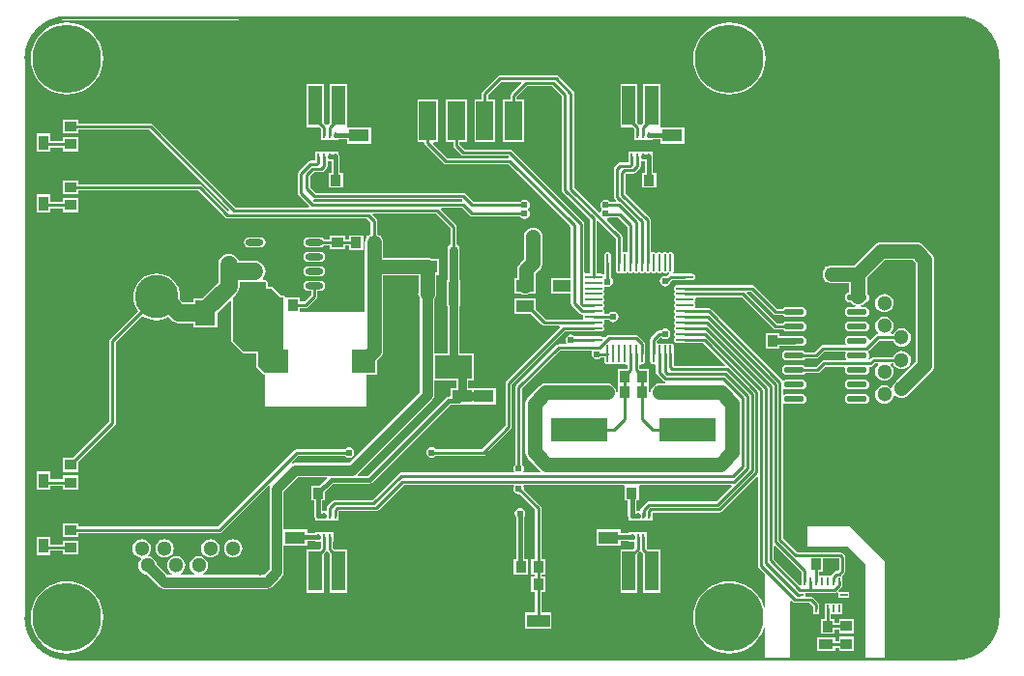
<source format=gtl>
G04*
G04 #@! TF.GenerationSoftware,Altium Limited,Altium Designer,22.0.2 (36)*
G04*
G04 Layer_Physical_Order=1*
G04 Layer_Color=255*
%FSLAX25Y25*%
%MOIN*%
G70*
G04*
G04 #@! TF.SameCoordinates,A6D4CE7A-EFCD-4D6A-9A72-3AB9F5591AE9*
G04*
G04*
G04 #@! TF.FilePolarity,Positive*
G04*
G01*
G75*
%ADD16C,0.01000*%
%ADD20R,0.19685X0.07874*%
%ADD21R,0.03661X0.03858*%
%ADD22O,0.07087X0.02165*%
%ADD23R,0.05906X0.13780*%
%ADD24R,0.04724X0.15748*%
%ADD25R,0.04724X0.13780*%
%ADD26R,0.01102X0.01988*%
%ADD27R,0.06496X0.03543*%
%ADD28R,0.07087X0.04449*%
%ADD29O,0.06299X0.02362*%
%ADD30R,0.11811X0.15748*%
%ADD31R,0.04449X0.07087*%
%ADD32R,0.06890X0.08661*%
%ADD33O,0.00984X0.06102*%
%ADD34O,0.06102X0.00984*%
%ADD35R,0.06083X0.03925*%
%ADD36R,0.12598X0.07874*%
%ADD37R,0.03347X0.07874*%
%ADD38R,0.07874X0.04331*%
%ADD39R,0.07874X0.07874*%
G04:AMPARAMS|DCode=40|XSize=50mil|YSize=35mil|CornerRadius=0mil|HoleSize=0mil|Usage=FLASHONLY|Rotation=90.000|XOffset=0mil|YOffset=0mil|HoleType=Round|Shape=Octagon|*
%AMOCTAGOND40*
4,1,8,0.00875,0.02500,-0.00875,0.02500,-0.01750,0.01625,-0.01750,-0.01625,-0.00875,-0.02500,0.00875,-0.02500,0.01750,-0.01625,0.01750,0.01625,0.00875,0.02500,0.0*
%
%ADD40OCTAGOND40*%

%ADD41R,0.03500X0.05000*%
G04:AMPARAMS|DCode=42|XSize=50mil|YSize=35mil|CornerRadius=0mil|HoleSize=0mil|Usage=FLASHONLY|Rotation=180.000|XOffset=0mil|YOffset=0mil|HoleType=Round|Shape=Octagon|*
%AMOCTAGOND42*
4,1,8,-0.02500,0.00875,-0.02500,-0.00875,-0.01625,-0.01750,0.01625,-0.01750,0.02500,-0.00875,0.02500,0.00875,0.01625,0.01750,-0.01625,0.01750,-0.02500,0.00875,0.0*
%
%ADD42OCTAGOND42*%

%ADD43R,0.05000X0.03500*%
%ADD44R,0.03858X0.03661*%
%ADD45R,0.00984X0.02559*%
%ADD46R,0.02559X0.00984*%
%ADD82C,0.05000*%
%ADD83C,0.02200*%
%ADD84C,0.06000*%
%ADD85C,0.01500*%
%ADD86C,0.03600*%
%ADD87C,0.03000*%
%ADD88C,0.14961*%
%ADD89O,0.08661X0.04724*%
%ADD90C,0.05118*%
%ADD91O,0.05118X0.10630*%
%ADD92O,0.05118X0.09449*%
%ADD93O,0.10630X0.05118*%
%ADD94O,0.09449X0.05118*%
%ADD95C,0.23622*%
%ADD96C,0.02400*%
G36*
X354271Y275431D02*
X356066Y274950D01*
X357782Y274239D01*
X359391Y273310D01*
X360865Y272179D01*
X362179Y270865D01*
X363310Y269391D01*
X364239Y267782D01*
X364950Y266066D01*
X365431Y264271D01*
X365673Y262429D01*
Y261500D01*
Y68571D01*
Y67642D01*
X365431Y65800D01*
X364950Y64005D01*
X364239Y62289D01*
X363310Y60680D01*
X362179Y59206D01*
X360865Y57892D01*
X359391Y56761D01*
X357782Y55832D01*
X356066Y55121D01*
X354271Y54640D01*
X352429Y54398D01*
X327003D01*
X326532Y54468D01*
X326532Y54898D01*
Y87968D01*
X314532Y99968D01*
X300032D01*
Y92968D01*
X314032D01*
X320032Y86968D01*
Y54898D01*
X320032Y54468D01*
X319561Y54398D01*
X294458D01*
X294000Y54500D01*
X294000Y54898D01*
Y74124D01*
X294500Y74332D01*
X294949Y73883D01*
X295312Y73640D01*
X295742Y73554D01*
X295742Y73554D01*
X300802D01*
X301903Y72454D01*
Y71560D01*
X301903Y71560D01*
X301940Y71373D01*
Y69673D01*
X304124D01*
Y71404D01*
X304153Y71552D01*
X304146Y71592D01*
Y72918D01*
X304146Y72918D01*
X304124Y73027D01*
Y73432D01*
X304004D01*
X303817Y73711D01*
X303817Y73711D01*
X302059Y75469D01*
X301696Y75712D01*
X301266Y75798D01*
X301266Y75798D01*
X299349D01*
Y76878D01*
X301000D01*
X301000Y76878D01*
X301000Y76878D01*
X309264D01*
X309264Y76878D01*
X309694Y76964D01*
X310057Y77207D01*
X310168Y77317D01*
X310667Y77110D01*
X310667Y76975D01*
Y75184D01*
X314427D01*
Y77368D01*
X311063D01*
X310926Y77368D01*
X310838Y77581D01*
X310719Y77868D01*
X311690Y78840D01*
X311690Y78840D01*
X311878Y79120D01*
X311997D01*
Y79524D01*
X312019Y79633D01*
Y80961D01*
X312027Y81000D01*
X311997Y81148D01*
Y82880D01*
X311997Y82880D01*
X311997D01*
X312238Y83274D01*
X312793Y83828D01*
X312793Y83829D01*
X313036Y84192D01*
X313122Y84622D01*
X313122Y84622D01*
Y89000D01*
X313122Y89000D01*
X313115Y89032D01*
Y89385D01*
X313115Y89385D01*
X313030Y89814D01*
X312787Y90178D01*
X312787Y90178D01*
X312142Y90822D01*
X311778Y91065D01*
X311349Y91151D01*
X311349Y91151D01*
X296435D01*
X291621Y95964D01*
Y142322D01*
X292122Y142589D01*
X292383Y142415D01*
X293039Y142284D01*
X297961D01*
X298617Y142415D01*
X299174Y142787D01*
X299546Y143343D01*
X299676Y144000D01*
X299546Y144657D01*
X299174Y145213D01*
X298617Y145585D01*
X297961Y145716D01*
X293039D01*
X292383Y145585D01*
X292122Y145411D01*
X291621Y145678D01*
Y147322D01*
X292122Y147590D01*
X292383Y147415D01*
X293039Y147284D01*
X297961D01*
X298617Y147415D01*
X299174Y147787D01*
X299546Y148344D01*
X299676Y149000D01*
X299546Y149656D01*
X299174Y150213D01*
X298617Y150585D01*
X297961Y150716D01*
X293039D01*
X292383Y150585D01*
X292012Y150337D01*
X291961Y150324D01*
X291465Y150404D01*
X291382Y150448D01*
X291293Y150581D01*
X266807Y175067D01*
X266443Y175311D01*
X266014Y175396D01*
X266014Y175396D01*
X261654D01*
X261475Y175632D01*
X261350Y175896D01*
X261419Y176243D01*
X261334Y176669D01*
X261189Y176887D01*
X261128Y177227D01*
X261189Y177568D01*
X261334Y177785D01*
X261419Y178211D01*
X261350Y178558D01*
X261475Y178822D01*
X261654Y179058D01*
X277356D01*
X288207Y168207D01*
X288207Y168207D01*
X288571Y167964D01*
X289000Y167878D01*
X289000Y167878D01*
X291765D01*
X291826Y167787D01*
X292383Y167415D01*
X293039Y167284D01*
X297961D01*
X298617Y167415D01*
X299174Y167787D01*
X299546Y168343D01*
X299676Y169000D01*
X299546Y169657D01*
X299174Y170213D01*
X298617Y170585D01*
X297961Y170716D01*
X293039D01*
X292383Y170585D01*
X291826Y170213D01*
X291765Y170122D01*
X289465D01*
X279059Y180527D01*
X279266Y181027D01*
X280387D01*
X288207Y173207D01*
X288207Y173207D01*
X288571Y172964D01*
X289000Y172878D01*
X289000Y172878D01*
X291765D01*
X291826Y172787D01*
X292383Y172415D01*
X293039Y172284D01*
X297961D01*
X298617Y172415D01*
X299174Y172787D01*
X299546Y173344D01*
X299676Y174000D01*
X299546Y174656D01*
X299174Y175213D01*
X298617Y175585D01*
X297961Y175716D01*
X293039D01*
X292383Y175585D01*
X291826Y175213D01*
X291765Y175122D01*
X289465D01*
X281645Y182941D01*
X281281Y183185D01*
X280852Y183270D01*
X280852Y183270D01*
X257747D01*
X257706Y183262D01*
X255187D01*
X254761Y183177D01*
X254400Y182936D01*
X254159Y182575D01*
X254074Y182149D01*
X254159Y181722D01*
X254304Y181505D01*
X254365Y181164D01*
X254304Y180824D01*
X254159Y180606D01*
X254074Y180180D01*
X254159Y179754D01*
X254304Y179536D01*
X254365Y179196D01*
X254304Y178855D01*
X254159Y178638D01*
X254074Y178211D01*
X254159Y177785D01*
X254304Y177568D01*
X254365Y177227D01*
X254304Y176887D01*
X254159Y176669D01*
X254074Y176243D01*
X254159Y175817D01*
X254304Y175599D01*
X254365Y175259D01*
X254304Y174918D01*
X254159Y174701D01*
X254074Y174274D01*
X254159Y173848D01*
X254304Y173631D01*
X254365Y173290D01*
X254304Y172950D01*
X254159Y172732D01*
X254074Y172306D01*
X254159Y171880D01*
X254304Y171662D01*
X254365Y171322D01*
X254304Y170981D01*
X254159Y170764D01*
X254074Y170337D01*
X254159Y169911D01*
X254304Y169694D01*
X254365Y169353D01*
X254304Y169013D01*
X254159Y168795D01*
X254074Y168369D01*
X254159Y167943D01*
X254304Y167725D01*
X254365Y167385D01*
X254304Y167044D01*
X254159Y166827D01*
X254074Y166400D01*
X254159Y165974D01*
X254304Y165757D01*
X254365Y165416D01*
X254304Y165076D01*
X254159Y164858D01*
X254074Y164432D01*
X254159Y164006D01*
X254400Y163645D01*
X254761Y163403D01*
X255187Y163318D01*
X257706D01*
X257747Y163310D01*
X264078D01*
X271573Y155815D01*
X271382Y155353D01*
X253965D01*
X253948Y155369D01*
Y159512D01*
X253940Y159553D01*
Y162071D01*
X253855Y162497D01*
X253614Y162859D01*
X253253Y163100D01*
X252827Y163185D01*
X252401Y163100D01*
X252183Y162955D01*
X251842Y162894D01*
X251502Y162955D01*
X251284Y163100D01*
X250858Y163185D01*
X250432Y163100D01*
X250071Y162859D01*
X249677D01*
X249316Y163100D01*
X248890Y163185D01*
X248543Y163116D01*
X248279Y163241D01*
X248043Y163420D01*
Y163957D01*
X249117Y165031D01*
X249604Y165202D01*
X250199Y164804D01*
X250902Y164665D01*
X251604Y164804D01*
X252199Y165202D01*
X252597Y165798D01*
X252737Y166500D01*
X252597Y167202D01*
X252199Y167798D01*
X251604Y168196D01*
X250902Y168335D01*
X250199Y168196D01*
X249604Y167798D01*
X249486Y167622D01*
X249000D01*
X249000Y167622D01*
X248571Y167536D01*
X248207Y167293D01*
X248207Y167293D01*
X246128Y165214D01*
X245885Y164850D01*
X245800Y164421D01*
X245800Y164421D01*
Y159512D01*
X245808Y159472D01*
Y156953D01*
X245893Y156527D01*
X246134Y156166D01*
X246495Y155924D01*
X246921Y155840D01*
X247268Y155909D01*
X247532Y155784D01*
X247768Y155604D01*
Y153110D01*
X247768Y153110D01*
X247854Y152681D01*
X248097Y152317D01*
X250207Y150207D01*
X250207Y150207D01*
X250571Y149964D01*
X251000Y149878D01*
X251000Y149878D01*
X250983Y149385D01*
X249095D01*
X248285Y149279D01*
X247531Y148967D01*
X246884Y148470D01*
X246387Y147822D01*
X246074Y147068D01*
X245968Y146259D01*
X245462D01*
Y148788D01*
X245462D01*
Y149230D01*
X245462D01*
Y154288D01*
X242187D01*
X242137Y154338D01*
Y155604D01*
X242373Y155784D01*
X242637Y155909D01*
X242984Y155840D01*
X243410Y155924D01*
X243772Y156166D01*
X244013Y156527D01*
X244098Y156953D01*
Y159472D01*
X244106Y159512D01*
Y163016D01*
X244020Y163445D01*
X243777Y163809D01*
X243777Y163809D01*
X241793Y165793D01*
X241429Y166036D01*
X241000Y166122D01*
X241000Y166122D01*
X231632D01*
X231203Y166036D01*
X230839Y165793D01*
X230839Y165793D01*
X230227Y165181D01*
X229600Y165219D01*
X229239Y165461D01*
X228813Y165545D01*
X226294D01*
X226254Y165553D01*
X219915D01*
X219798Y165730D01*
X219202Y166128D01*
X218500Y166267D01*
X217798Y166128D01*
X217202Y165730D01*
X216804Y165134D01*
X216665Y164432D01*
X216804Y163730D01*
X217010Y163422D01*
X216743Y162922D01*
X214300D01*
X214300Y162922D01*
X213871Y162836D01*
X213507Y162593D01*
X213507Y162593D01*
X199707Y148793D01*
X199464Y148429D01*
X199378Y148000D01*
X199378Y148000D01*
Y121415D01*
X199202Y121298D01*
X198804Y120702D01*
X198665Y120000D01*
X198804Y119298D01*
X198922Y119122D01*
X198655Y118622D01*
X160000D01*
X160000Y118622D01*
X159571Y118536D01*
X159207Y118293D01*
X159207Y118293D01*
X150035Y109122D01*
X137000D01*
X136571Y109036D01*
X136207Y108793D01*
X136207Y108793D01*
X134592Y107179D01*
X134349Y106815D01*
X134264Y106386D01*
X134264Y106386D01*
Y105246D01*
X132786D01*
Y108971D01*
X133801D01*
Y112083D01*
X136465Y114746D01*
X149123D01*
X149650Y114851D01*
X150096Y115150D01*
X176988Y142042D01*
X192643D01*
Y147691D01*
X183141D01*
Y150463D01*
X184899D01*
Y159537D01*
X180141D01*
Y175963D01*
X180273D01*
Y185037D01*
X180141D01*
Y195500D01*
X179978Y196319D01*
X179514Y197014D01*
X179122Y197276D01*
Y203500D01*
X179036Y203929D01*
X178793Y204293D01*
X178793Y204293D01*
X173708Y209379D01*
X173915Y209878D01*
X180846D01*
X183518Y207207D01*
X183881Y206964D01*
X184311Y206878D01*
X184311Y206878D01*
X201085D01*
X201202Y206702D01*
X201798Y206304D01*
X202500Y206165D01*
X203202Y206304D01*
X203798Y206702D01*
X204196Y207298D01*
X204335Y208000D01*
X204196Y208702D01*
X203798Y209298D01*
Y209702D01*
X204196Y210298D01*
X204335Y211000D01*
X204196Y211702D01*
X203798Y212298D01*
X203202Y212696D01*
X202500Y212835D01*
X201798Y212696D01*
X201202Y212298D01*
X201085Y212122D01*
X184965D01*
X182293Y214793D01*
X181929Y215036D01*
X181500Y215122D01*
X181500Y215122D01*
X130465D01*
X128536Y217050D01*
Y220950D01*
X129965Y222378D01*
X132500D01*
X132500Y222378D01*
X132929Y222464D01*
X133293Y222707D01*
X134211Y223624D01*
X134211Y223624D01*
X134454Y223988D01*
X134539Y224418D01*
Y226102D01*
X136051D01*
Y222029D01*
X135069D01*
Y216971D01*
X139931D01*
Y222029D01*
X138804D01*
Y227623D01*
X138804Y227623D01*
X138699Y228150D01*
X138506Y228439D01*
Y229290D01*
X130297D01*
Y226221D01*
X128837D01*
X128837Y226222D01*
X128408Y226136D01*
X128044Y225893D01*
X124607Y222456D01*
X124364Y222092D01*
X124278Y221663D01*
X124278Y221663D01*
Y215100D01*
X124278Y215100D01*
X124364Y214671D01*
X124607Y214307D01*
X128292Y210622D01*
X128085Y210121D01*
X102965D01*
X74324Y238762D01*
X73960Y239005D01*
X73531Y239090D01*
X73531Y239090D01*
X48529D01*
Y240400D01*
X43471D01*
Y235538D01*
X48529D01*
Y236847D01*
X73066D01*
X100570Y209343D01*
X100406Y208801D01*
X100305Y208781D01*
X91325Y217762D01*
X90961Y218005D01*
X90531Y218090D01*
X90531Y218090D01*
X48529D01*
Y219399D01*
X43471D01*
Y214538D01*
X48529D01*
Y215847D01*
X90067D01*
X99307Y206607D01*
X99307Y206607D01*
X99671Y206364D01*
X100100Y206278D01*
X100100Y206278D01*
X148135D01*
X149442Y204972D01*
Y200859D01*
X149000Y200676D01*
X148767Y200498D01*
X148132D01*
Y199893D01*
X147855Y199532D01*
X147543Y198778D01*
X147436Y197968D01*
Y189969D01*
Y173999D01*
X125347Y173976D01*
X124994Y174330D01*
Y175378D01*
X127000D01*
X127000Y175378D01*
X127429Y175464D01*
X127793Y175707D01*
X130765Y178679D01*
X131009Y179043D01*
X131094Y179472D01*
X131094Y179472D01*
Y181184D01*
X131941D01*
X132636Y181322D01*
X133225Y181716D01*
X133619Y182305D01*
X133757Y183000D01*
X133619Y183695D01*
X133225Y184284D01*
X132636Y184678D01*
X131941Y184816D01*
X128004D01*
X127309Y184678D01*
X126720Y184284D01*
X126326Y183695D01*
X126188Y183000D01*
X126326Y182305D01*
X126720Y181716D01*
X127309Y181322D01*
X128004Y181184D01*
X128851D01*
Y179937D01*
X126535Y177622D01*
X124994D01*
Y179029D01*
X120137D01*
X119959Y179459D01*
X119500Y179649D01*
X118769D01*
X115933Y182485D01*
X115474Y182675D01*
X113880D01*
Y184269D01*
X113690Y184729D01*
X113459Y184959D01*
X113000Y185149D01*
X112481D01*
X112234Y185649D01*
X112645Y186185D01*
X113007Y187060D01*
X113013Y187106D01*
X113146Y187305D01*
X113285Y188000D01*
X113146Y188695D01*
X113013Y188894D01*
X113007Y188940D01*
X112645Y189815D01*
X112068Y190568D01*
X111316Y191145D01*
X110440Y191507D01*
X109500Y191631D01*
X103991D01*
X103708Y192315D01*
X103130Y193068D01*
X102378Y193645D01*
X101503Y194007D01*
X100563Y194131D01*
X99623Y194007D01*
X98747Y193645D01*
X97996Y193068D01*
X97418Y192315D01*
X97056Y191440D01*
X96932Y190500D01*
Y184178D01*
X91410Y178656D01*
X88455D01*
Y177357D01*
X84839D01*
X83728Y178468D01*
X83801Y179201D01*
X83644Y180785D01*
X83182Y182308D01*
X82432Y183712D01*
X81422Y184942D01*
X80192Y185952D01*
X78788Y186702D01*
X77265Y187164D01*
X75681Y187320D01*
X74097Y187164D01*
X72574Y186702D01*
X71170Y185952D01*
X69940Y184942D01*
X68930Y183712D01*
X68180Y182308D01*
X67718Y180785D01*
X67562Y179201D01*
X67718Y177617D01*
X68180Y176094D01*
X68930Y174690D01*
X69224Y174331D01*
X59707Y164814D01*
X59464Y164450D01*
X59378Y164021D01*
X59378Y164021D01*
Y136192D01*
X46845Y123658D01*
X43471D01*
Y118797D01*
X48529D01*
Y122171D01*
X61293Y134935D01*
X61293Y134935D01*
X61536Y135299D01*
X61622Y135728D01*
X61622Y135728D01*
Y163556D01*
X70810Y172745D01*
X71170Y172450D01*
X72574Y171700D01*
X74097Y171238D01*
X75681Y171082D01*
X77265Y171238D01*
X78788Y171700D01*
X79725Y172200D01*
X80768Y171158D01*
X80768Y171158D01*
X81520Y170581D01*
X82395Y170218D01*
X83335Y170095D01*
X83335Y170095D01*
X88455D01*
Y168795D01*
X96545D01*
Y173521D01*
X100889Y177865D01*
X101351Y177674D01*
Y164000D01*
X101541Y163541D01*
X105165Y159916D01*
X105624Y159726D01*
X109895D01*
Y155455D01*
X110086Y154996D01*
X112463Y152619D01*
Y152463D01*
X112729D01*
X113000Y152351D01*
Y141500D01*
X148000D01*
Y152463D01*
X151537D01*
Y157115D01*
X152774Y158352D01*
X152774Y158352D01*
X153271Y159000D01*
X153583Y159754D01*
X153690Y160563D01*
Y186507D01*
X165846D01*
Y180709D01*
X165818Y180500D01*
X165925Y179691D01*
X166237Y178937D01*
X166498Y178597D01*
Y146458D01*
X141986Y121947D01*
X123500D01*
X122564Y121761D01*
X122535Y121741D01*
X122216Y122130D01*
X124465Y124378D01*
X140585D01*
X140702Y124202D01*
X141298Y123804D01*
X142000Y123665D01*
X142702Y123804D01*
X143298Y124202D01*
X143696Y124798D01*
X143835Y125500D01*
X143696Y126202D01*
X143298Y126798D01*
X142702Y127196D01*
X142000Y127335D01*
X141298Y127196D01*
X140702Y126798D01*
X140585Y126622D01*
X124000D01*
X124000Y126622D01*
X123571Y126536D01*
X123207Y126293D01*
X123207Y126293D01*
X96763Y99849D01*
X48529D01*
Y101158D01*
X43471D01*
Y96297D01*
X48529D01*
Y97606D01*
X97228D01*
X97228Y97606D01*
X97657Y97692D01*
X98021Y97935D01*
X114370Y114284D01*
X114759Y113965D01*
X114739Y113936D01*
X114553Y113000D01*
Y85229D01*
X112540Y83217D01*
X91837D01*
X91738Y83717D01*
X91833Y83757D01*
X92493Y84263D01*
X92999Y84923D01*
X93318Y85691D01*
X93426Y86516D01*
X93318Y87341D01*
X92999Y88109D01*
X92493Y88769D01*
X91833Y89275D01*
X91065Y89594D01*
X90240Y89702D01*
X89415Y89594D01*
X88647Y89275D01*
X87987Y88769D01*
X87481Y88109D01*
X87162Y87341D01*
X87054Y86516D01*
X87162Y85691D01*
X87481Y84923D01*
X87987Y84263D01*
X88647Y83757D01*
X88742Y83717D01*
X88643Y83217D01*
X83963D01*
X83864Y83717D01*
X83959Y83757D01*
X84619Y84263D01*
X85125Y84923D01*
X85444Y85691D01*
X85552Y86516D01*
X85444Y87341D01*
X85125Y88109D01*
X84619Y88769D01*
X83959Y89275D01*
X83191Y89594D01*
X82366Y89702D01*
X81541Y89594D01*
X80773Y89275D01*
X80113Y88769D01*
X79607Y88109D01*
X79288Y87341D01*
X79180Y86516D01*
X79288Y85691D01*
X79607Y84923D01*
X80113Y84263D01*
X80773Y83757D01*
X80868Y83717D01*
X80769Y83217D01*
X79283D01*
X75669Y86832D01*
X75602Y87341D01*
X75283Y88109D01*
X74777Y88769D01*
X74117Y89275D01*
X73349Y89594D01*
X72948Y89646D01*
X72808Y90169D01*
X73314Y90829D01*
X73633Y91597D01*
X73741Y92422D01*
X73633Y93247D01*
X73314Y94015D01*
X72808Y94675D01*
X72148Y95181D01*
X71380Y95500D01*
X70555Y95608D01*
X69730Y95500D01*
X68962Y95181D01*
X68302Y94675D01*
X67796Y94015D01*
X67477Y93247D01*
X67369Y92422D01*
X67477Y91597D01*
X67796Y90829D01*
X68302Y90169D01*
X68962Y89663D01*
X69730Y89344D01*
X70130Y89292D01*
X70271Y88769D01*
X69765Y88109D01*
X69446Y87341D01*
X69338Y86516D01*
X69446Y85691D01*
X69765Y84923D01*
X70271Y84263D01*
X70931Y83757D01*
X71699Y83438D01*
X72208Y83371D01*
X76540Y79040D01*
X77333Y78509D01*
X78270Y78323D01*
X113554D01*
X114490Y78509D01*
X115284Y79040D01*
X118730Y82486D01*
X119261Y83280D01*
X119447Y84216D01*
Y93309D01*
X127643D01*
Y94864D01*
X130297D01*
Y94754D01*
X132296D01*
Y92561D01*
X131841Y92105D01*
X127502D01*
Y77126D01*
X133427D01*
Y90519D01*
X134079Y91172D01*
X134267Y91220D01*
X134537D01*
X134724Y91172D01*
X135376Y90519D01*
Y77126D01*
X141301D01*
Y92105D01*
X136962D01*
X136507Y92561D01*
Y94754D01*
X136537D01*
Y97942D01*
X130297D01*
Y97617D01*
X127643D01*
Y98958D01*
X119447D01*
Y111986D01*
X124514Y117053D01*
X134225D01*
X134416Y116591D01*
X131854Y114029D01*
X128939D01*
Y108971D01*
X130033D01*
Y103691D01*
X130138Y103165D01*
X130297Y102926D01*
Y102058D01*
X138506D01*
Y105246D01*
X138992Y105278D01*
X151400D01*
X151400Y105278D01*
X151829Y105364D01*
X152193Y105607D01*
X160965Y114378D01*
X198655D01*
X198922Y113878D01*
X198804Y113702D01*
X198665Y113000D01*
X198804Y112298D01*
X199202Y111702D01*
X199798Y111304D01*
X200500Y111165D01*
X200708Y111206D01*
X206126Y105787D01*
Y88529D01*
X204817D01*
Y83471D01*
X206126D01*
Y82529D01*
X204817D01*
Y77471D01*
X206126D01*
Y70265D01*
X202711D01*
Y64735D01*
X211785D01*
Y70265D01*
X208370D01*
Y77471D01*
X209679D01*
Y82529D01*
X208370D01*
Y83471D01*
X209679D01*
Y88529D01*
X208370D01*
Y106252D01*
X208370Y106252D01*
X208284Y106681D01*
X208041Y107045D01*
X208041Y107045D01*
X202294Y112792D01*
X202335Y113000D01*
X202196Y113702D01*
X202078Y113878D01*
X202345Y114378D01*
X236714D01*
X237069Y114029D01*
Y108971D01*
X238147D01*
Y103675D01*
X238252Y103149D01*
X238396Y102933D01*
Y102058D01*
X246604D01*
Y103595D01*
X246626Y103703D01*
X246626Y103703D01*
Y104777D01*
X246627Y104778D01*
X269688D01*
X269688Y104778D01*
X270117Y104864D01*
X270481Y105107D01*
X282517Y117142D01*
X282979Y116951D01*
Y86318D01*
X282978Y86318D01*
X283064Y85888D01*
X283307Y85525D01*
X285381Y83451D01*
X285477Y83086D01*
X285500Y82625D01*
X285500Y82625D01*
X285500D01*
Y72221D01*
X285000Y72162D01*
X284939Y72418D01*
X284191Y74223D01*
X283170Y75888D01*
X281902Y77374D01*
X280416Y78643D01*
X278750Y79663D01*
X276945Y80411D01*
X275046Y80867D01*
X273098Y81020D01*
X271151Y80867D01*
X269251Y80411D01*
X267446Y79663D01*
X265781Y78643D01*
X264295Y77374D01*
X263027Y75888D01*
X262006Y74223D01*
X261258Y72418D01*
X260802Y70518D01*
X260649Y68571D01*
X260802Y66623D01*
X261258Y64724D01*
X262006Y62919D01*
X263027Y61253D01*
X264295Y59768D01*
X265781Y58499D01*
X267446Y57478D01*
X269251Y56731D01*
X271151Y56275D01*
X273098Y56121D01*
X275046Y56275D01*
X276945Y56731D01*
X278750Y57478D01*
X280416Y58499D01*
X281902Y59768D01*
X283170Y61253D01*
X284191Y62919D01*
X284939Y64724D01*
X285000Y64980D01*
X285500Y64921D01*
Y54898D01*
X285500Y54500D01*
X285042Y54398D01*
X43823D01*
X41981Y54640D01*
X40186Y55121D01*
X38470Y55832D01*
X36861Y56761D01*
X35387Y57892D01*
X34073Y59206D01*
X32942Y60680D01*
X32013Y62289D01*
X31302Y64005D01*
X30821Y65800D01*
X30579Y67642D01*
Y68571D01*
Y261484D01*
Y262413D01*
X30821Y264255D01*
X31302Y266050D01*
X32013Y267766D01*
X32942Y269375D01*
X34073Y270849D01*
X35387Y272163D01*
X36861Y273294D01*
X38470Y274223D01*
X40186Y274934D01*
X41981Y275415D01*
X42730Y275514D01*
X42787Y275228D01*
X43030Y274864D01*
X43394Y274621D01*
X43823Y274536D01*
X103323D01*
X103752Y274621D01*
X104116Y274864D01*
X104359Y275228D01*
X104445Y275658D01*
X351500D01*
Y275673D01*
X352429D01*
X354271Y275431D01*
D02*
G37*
G36*
X130000Y212878D02*
X180896D01*
X181101Y212615D01*
X180879Y212122D01*
X129989D01*
X129716Y212462D01*
X129940Y212890D01*
X130000Y212878D01*
D02*
G37*
G36*
X176878Y203035D02*
Y197276D01*
X176486Y197014D01*
X176022Y196319D01*
X175859Y195500D01*
Y185037D01*
X175727D01*
Y175963D01*
X175859D01*
Y159537D01*
X171392D01*
Y178588D01*
X171680Y178964D01*
X171993Y179718D01*
X172099Y180528D01*
X172099Y180528D01*
Y186809D01*
X173143D01*
Y192458D01*
X170282D01*
X169809Y192654D01*
X169000Y192761D01*
X169000Y192761D01*
X153690D01*
Y197968D01*
X153583Y198778D01*
X153271Y199532D01*
X152994Y199893D01*
Y200498D01*
X152359D01*
X152126Y200676D01*
X151684Y200859D01*
Y205437D01*
X151685Y205437D01*
X151599Y205866D01*
X151356Y206230D01*
X151356Y206230D01*
X150170Y207417D01*
X150361Y207878D01*
X172035D01*
X176878Y203035D01*
D02*
G37*
G36*
X113231Y184269D02*
Y182026D01*
X115474D01*
X118500Y179000D01*
X119500D01*
Y153000D01*
X113000D01*
X110545Y155455D01*
Y160376D01*
X105624D01*
X102000Y164000D01*
Y178976D01*
X103130Y180107D01*
X103130Y180107D01*
X103708Y180859D01*
X104070Y181735D01*
X104194Y182674D01*
Y184369D01*
X109500D01*
X110440Y184493D01*
X110458Y184500D01*
X113000D01*
X113231Y184269D01*
D02*
G37*
G36*
X225805Y160267D02*
X225800Y160178D01*
X225665Y159500D01*
X225804Y158798D01*
X226202Y158202D01*
X226798Y157804D01*
X227500Y157665D01*
X228202Y157804D01*
X228798Y158202D01*
X228915Y158378D01*
X230060D01*
Y156953D01*
X230145Y156527D01*
X230386Y156166D01*
X230747Y155924D01*
X231173Y155840D01*
X231599Y155924D01*
X231817Y156070D01*
X232157Y156131D01*
X232498Y156070D01*
X232716Y155924D01*
X233142Y155840D01*
X233568Y155924D01*
X233786Y156070D01*
X234126Y156131D01*
X234466Y156070D01*
X234684Y155924D01*
X235110Y155840D01*
X235536Y155924D01*
X235754Y156070D01*
X236094Y156131D01*
X236435Y156070D01*
X236653Y155924D01*
X237079Y155840D01*
X237426Y155909D01*
X237690Y155784D01*
X237926Y155604D01*
Y154400D01*
X237813Y154288D01*
X234538D01*
Y149230D01*
X234538D01*
X234538Y148788D01*
X234538D01*
Y146259D01*
X234032D01*
X233926Y147068D01*
X233613Y147822D01*
X233116Y148470D01*
X232469Y148967D01*
X231715Y149279D01*
X230906Y149385D01*
X209759D01*
X209759Y149385D01*
X208949Y149279D01*
X208195Y148967D01*
X207548Y148470D01*
X207548Y148470D01*
X203689Y144611D01*
X203192Y143963D01*
X202880Y143209D01*
X202773Y142400D01*
X202773Y142400D01*
Y125600D01*
X202773Y125600D01*
X202880Y124791D01*
X203192Y124037D01*
X203689Y123389D01*
X207789Y119289D01*
X208008Y119122D01*
X207838Y118622D01*
X202345D01*
X202078Y119122D01*
X202196Y119298D01*
X202335Y120000D01*
X202196Y120702D01*
X201798Y121298D01*
X201622Y121415D01*
Y147535D01*
X214765Y160678D01*
X225548D01*
X225805Y160267D01*
D02*
G37*
G36*
X178859Y147691D02*
X176857D01*
Y145124D01*
X176458Y144835D01*
X175932Y144730D01*
X175485Y144431D01*
X148553Y117499D01*
X145167D01*
X144960Y117999D01*
X170675Y143715D01*
X171206Y144508D01*
X171392Y145445D01*
Y150463D01*
X178859D01*
Y147691D01*
D02*
G37*
G36*
X273856Y113917D02*
X268561Y108622D01*
X245500D01*
X245500Y108622D01*
X245071Y108536D01*
X244707Y108293D01*
X244707Y108293D01*
X242742Y106328D01*
X242499Y105964D01*
X242414Y105535D01*
X242051Y105246D01*
X240900D01*
Y108971D01*
X241931D01*
Y114029D01*
X242286Y114378D01*
X273664D01*
X273856Y113917D01*
D02*
G37*
G36*
X310878Y85086D02*
X310405Y84613D01*
X310069D01*
X310069Y84613D01*
X309640Y84527D01*
X309276Y84284D01*
X308152Y83160D01*
X307964Y82880D01*
X305876D01*
Y82880D01*
X304153D01*
Y84471D01*
X305431D01*
Y88908D01*
X310878D01*
Y85086D01*
D02*
G37*
G36*
X297972Y84178D02*
Y81000D01*
X298002Y80852D01*
Y79791D01*
X297502Y79584D01*
X288422Y88665D01*
Y93076D01*
X288883Y93267D01*
X297972Y84178D01*
D02*
G37*
%LPC*%
G36*
X213400Y255722D02*
X213400Y255721D01*
X194100D01*
X194100Y255722D01*
X193671Y255636D01*
X193307Y255393D01*
X188014Y250100D01*
X187771Y249736D01*
X187685Y249307D01*
X187685Y249307D01*
Y247491D01*
X185254D01*
Y232511D01*
X192359D01*
Y247491D01*
X189928D01*
Y248842D01*
X194565Y253479D01*
X201239D01*
X201430Y253016D01*
X197856Y249442D01*
X197613Y249078D01*
X197527Y248649D01*
X197527Y248649D01*
Y247491D01*
X195096D01*
Y232511D01*
X202202D01*
Y247491D01*
X199770D01*
Y248184D01*
X203465Y251878D01*
X212035D01*
X215378Y248535D01*
Y216000D01*
X215378Y216000D01*
X215464Y215571D01*
X215707Y215207D01*
X225132Y205782D01*
Y187199D01*
X223694D01*
X223622Y187185D01*
X223122Y187572D01*
Y204500D01*
X223036Y204929D01*
X222793Y205293D01*
X222793Y205293D01*
X198293Y229793D01*
X197929Y230036D01*
X197500Y230122D01*
X197500Y230121D01*
X181965D01*
X180122Y231965D01*
Y232511D01*
X182517D01*
Y247491D01*
X175411D01*
Y232511D01*
X177878D01*
Y231500D01*
X177878Y231500D01*
X177964Y231071D01*
X178207Y230707D01*
X180707Y228207D01*
X180707Y228207D01*
X181071Y227964D01*
X181500Y227878D01*
X196896D01*
X197101Y227615D01*
X196879Y227121D01*
X175965D01*
X171038Y232048D01*
X171229Y232510D01*
X172675D01*
Y247490D01*
X165569D01*
Y232510D01*
X167533D01*
X168000Y232378D01*
X168086Y231949D01*
X168329Y231585D01*
X174707Y225207D01*
X174707Y225207D01*
X175071Y224964D01*
X175500Y224879D01*
X197035D01*
X218467Y203447D01*
Y185566D01*
X211806D01*
Y180441D01*
X218467D01*
Y176978D01*
X218467Y176978D01*
X218552Y176549D01*
X218795Y176185D01*
X221491Y173489D01*
X221491Y173489D01*
X221854Y173246D01*
X222284Y173161D01*
X222284Y173161D01*
X222351D01*
X222573Y172858D01*
X222652Y172661D01*
X222581Y172306D01*
X222650Y171959D01*
X222525Y171695D01*
X222346Y171459D01*
X209755D01*
X206194Y175020D01*
Y178559D01*
X198912D01*
Y173433D01*
X204608D01*
X208497Y169544D01*
X208497Y169544D01*
X208861Y169301D01*
X209291Y169216D01*
X214423D01*
X214630Y168716D01*
X196207Y150293D01*
X195964Y149929D01*
X195878Y149500D01*
X195878Y149500D01*
Y134775D01*
X187725Y126622D01*
X171915D01*
X171798Y126798D01*
X171202Y127196D01*
X170500Y127335D01*
X169798Y127196D01*
X169202Y126798D01*
X168804Y126202D01*
X168665Y125500D01*
X168804Y124798D01*
X169202Y124202D01*
X169798Y123804D01*
X170500Y123665D01*
X171202Y123804D01*
X171798Y124202D01*
X171915Y124378D01*
X188189D01*
X188189Y124378D01*
X188619Y124464D01*
X188982Y124707D01*
X197793Y133517D01*
X197793Y133518D01*
X198036Y133881D01*
X198122Y134310D01*
Y149035D01*
X216334Y167247D01*
X226254D01*
X226294Y167255D01*
X228813D01*
X229239Y167340D01*
X229600Y167581D01*
X229841Y167943D01*
X229926Y168369D01*
X229841Y168795D01*
X229696Y169013D01*
X229635Y169353D01*
X229696Y169694D01*
X229841Y169911D01*
X229926Y170337D01*
X229857Y170684D01*
X229982Y170948D01*
X230161Y171184D01*
X231616D01*
X231734Y171008D01*
X232329Y170610D01*
X233032Y170471D01*
X233734Y170610D01*
X234329Y171008D01*
X234727Y171604D01*
X234867Y172306D01*
X234727Y173008D01*
X234329Y173604D01*
X233734Y174002D01*
X233032Y174141D01*
X232329Y174002D01*
X231734Y173604D01*
X231616Y173427D01*
X230161D01*
X229982Y173663D01*
X229857Y173927D01*
X229926Y174274D01*
X229841Y174701D01*
X229696Y174918D01*
X229635Y175259D01*
X229696Y175599D01*
X229841Y175817D01*
X229926Y176243D01*
X229841Y176669D01*
X229696Y176887D01*
X229635Y177227D01*
X229696Y177568D01*
X229841Y177785D01*
X229926Y178211D01*
X229841Y178638D01*
X229696Y178855D01*
X229635Y179196D01*
X229696Y179536D01*
X229841Y179754D01*
X229926Y180180D01*
X229841Y180606D01*
X229696Y180824D01*
X229635Y181164D01*
X229696Y181505D01*
X229841Y181722D01*
X229926Y182149D01*
X229841Y182575D01*
X229782Y182663D01*
X230142Y183024D01*
X230471Y182804D01*
X231173Y182665D01*
X231876Y182804D01*
X232471Y183202D01*
X232869Y183798D01*
X233009Y184500D01*
X232869Y185202D01*
X232471Y185798D01*
X232295Y185915D01*
Y191005D01*
X232287Y191045D01*
Y193564D01*
X232202Y193990D01*
X231961Y194352D01*
X231599Y194593D01*
X231173Y194678D01*
X230747Y194593D01*
X230386Y194352D01*
X230145Y193990D01*
X230060Y193564D01*
Y191045D01*
X230052Y191005D01*
Y187097D01*
X229777Y186961D01*
X229552Y186905D01*
X229239Y187114D01*
X228813Y187199D01*
X227375D01*
Y205385D01*
X227837Y205577D01*
X233989Y199425D01*
Y191005D01*
X233997Y190965D01*
Y188446D01*
X234082Y188020D01*
X234323Y187659D01*
X234684Y187417D01*
X235110Y187333D01*
X235536Y187417D01*
X235898Y187659D01*
X236291D01*
X236653Y187417D01*
X237079Y187333D01*
X237505Y187417D01*
X237723Y187563D01*
X238063Y187624D01*
X238403Y187563D01*
X238621Y187417D01*
X239047Y187333D01*
X239473Y187417D01*
X239691Y187563D01*
X240032Y187624D01*
X240372Y187563D01*
X240590Y187417D01*
X241016Y187333D01*
X241442Y187417D01*
X241660Y187563D01*
X242000Y187624D01*
X242340Y187563D01*
X242558Y187417D01*
X242984Y187333D01*
X243410Y187417D01*
X243628Y187563D01*
X243969Y187624D01*
X244309Y187563D01*
X244527Y187417D01*
X244953Y187333D01*
X245379Y187417D01*
X245597Y187563D01*
X245937Y187624D01*
X246277Y187563D01*
X246495Y187417D01*
X246921Y187333D01*
X247347Y187417D01*
X247565Y187563D01*
X247905Y187624D01*
X248246Y187563D01*
X248464Y187417D01*
X248890Y187333D01*
X249316Y187417D01*
X249534Y187563D01*
X249874Y187624D01*
X250214Y187563D01*
X250432Y187417D01*
X250858Y187333D01*
X251284Y187417D01*
X251646Y187659D01*
X252039D01*
X252207Y187547D01*
X252226Y186984D01*
X252224Y186980D01*
X252073Y186879D01*
X251475Y186280D01*
X250951Y186384D01*
X250249Y186245D01*
X249653Y185847D01*
X249255Y185251D01*
X249115Y184549D01*
X249255Y183847D01*
X249653Y183252D01*
X250249Y182854D01*
X250951Y182714D01*
X251653Y182854D01*
X252249Y183252D01*
X252646Y183847D01*
X252754Y184387D01*
X253330Y184964D01*
X257747D01*
X257787Y184972D01*
X260306D01*
X260732Y185057D01*
X261093Y185298D01*
X261334Y185659D01*
X261419Y186085D01*
X261334Y186512D01*
X261093Y186873D01*
X260732Y187114D01*
X260306Y187199D01*
X257787D01*
X257747Y187207D01*
X253838D01*
X253702Y187482D01*
X253646Y187707D01*
X253855Y188020D01*
X253940Y188446D01*
Y193564D01*
X253855Y193990D01*
X253614Y194352D01*
X253253Y194593D01*
X252827Y194678D01*
X252401Y194593D01*
X252039Y194352D01*
X251646D01*
X251284Y194593D01*
X250858Y194678D01*
X250432Y194593D01*
X250214Y194448D01*
X249874Y194387D01*
X249534Y194448D01*
X249316Y194593D01*
X248890Y194678D01*
X248464Y194593D01*
X248246Y194448D01*
X247905Y194387D01*
X247565Y194448D01*
X247347Y194593D01*
X246921Y194678D01*
X246574Y194609D01*
X246310Y194734D01*
X246074Y194913D01*
Y205573D01*
X245989Y206002D01*
X245746Y206366D01*
X245746Y206366D01*
X237222Y214890D01*
Y221635D01*
X237365Y221778D01*
X239900D01*
X239900Y221778D01*
X240329Y221864D01*
X240693Y222107D01*
X242195Y223609D01*
X242438Y223973D01*
X242523Y224402D01*
X242523Y224402D01*
Y226102D01*
X244053D01*
Y222029D01*
X243038D01*
Y216971D01*
X247899D01*
Y222029D01*
X246806D01*
Y227657D01*
X246701Y228184D01*
X246541Y228422D01*
Y229290D01*
X238333D01*
Y226102D01*
X238333Y226102D01*
X238333D01*
X238285Y225622D01*
X235500D01*
X235071Y225536D01*
X234707Y225293D01*
X234707Y225293D01*
X233707Y224293D01*
X233464Y223929D01*
X233378Y223500D01*
X233379Y223500D01*
Y213763D01*
X233378Y213763D01*
X233464Y213334D01*
X233707Y212970D01*
X234093Y212583D01*
X233902Y212122D01*
X231915D01*
X231798Y212298D01*
X231202Y212696D01*
X230500Y212835D01*
X229798Y212696D01*
X229202Y212298D01*
X228804Y211702D01*
X228665Y211000D01*
X228804Y210298D01*
X229111Y209838D01*
X229168Y209500D01*
X229111Y209162D01*
X228804Y208702D01*
X228769Y208524D01*
X228226Y208360D01*
X219621Y216965D01*
Y249500D01*
X219622Y249500D01*
X219536Y249929D01*
X219293Y250293D01*
X214193Y255393D01*
X213829Y255636D01*
X213400Y255722D01*
D02*
G37*
G36*
X273098Y273934D02*
X271151Y273780D01*
X269251Y273324D01*
X267446Y272577D01*
X265781Y271556D01*
X264295Y270287D01*
X263027Y268802D01*
X262006Y267136D01*
X261258Y265331D01*
X260802Y263432D01*
X260649Y261484D01*
X260802Y259537D01*
X261258Y257637D01*
X262006Y255832D01*
X263027Y254167D01*
X264295Y252681D01*
X265781Y251413D01*
X267446Y250392D01*
X269251Y249644D01*
X271151Y249188D01*
X273098Y249035D01*
X275046Y249188D01*
X276945Y249644D01*
X278750Y250392D01*
X280416Y251413D01*
X281902Y252681D01*
X283170Y254167D01*
X284191Y255832D01*
X284939Y257637D01*
X285395Y259537D01*
X285548Y261484D01*
X285395Y263432D01*
X284939Y265331D01*
X284191Y267136D01*
X283170Y268802D01*
X281902Y270287D01*
X280416Y271556D01*
X278750Y272577D01*
X276945Y273324D01*
X275046Y273780D01*
X273098Y273934D01*
D02*
G37*
G36*
X44752D02*
X42805Y273780D01*
X40905Y273324D01*
X39100Y272577D01*
X37434Y271556D01*
X35949Y270287D01*
X34680Y268802D01*
X33659Y267136D01*
X32912Y265331D01*
X32456Y263432D01*
X32303Y261484D01*
X32456Y259537D01*
X32912Y257637D01*
X33659Y255832D01*
X34680Y254167D01*
X35949Y252681D01*
X37434Y251413D01*
X39100Y250392D01*
X40905Y249644D01*
X42805Y249188D01*
X44752Y249035D01*
X46700Y249188D01*
X48599Y249644D01*
X50404Y250392D01*
X52069Y251413D01*
X53555Y252681D01*
X54824Y254167D01*
X55844Y255832D01*
X56592Y257637D01*
X57048Y259537D01*
X57201Y261484D01*
X57048Y263432D01*
X56592Y265331D01*
X55844Y267136D01*
X54824Y268802D01*
X53555Y270287D01*
X52069Y271556D01*
X50404Y272577D01*
X48599Y273324D01*
X46700Y273780D01*
X44752Y273934D01*
D02*
G37*
G36*
X249336Y252798D02*
X243412D01*
Y239404D01*
X242759Y238752D01*
X242437Y238669D01*
X242114Y238752D01*
X241462Y239404D01*
Y252798D01*
X235538D01*
Y237818D01*
X239876D01*
X240332Y237363D01*
Y236594D01*
X240302D01*
Y233406D01*
X246541D01*
Y233557D01*
X249357D01*
Y232042D01*
X257643D01*
Y237690D01*
X249842D01*
X249806Y237691D01*
X249781Y237691D01*
X249352Y237814D01*
X249336Y238180D01*
X249336Y238188D01*
X249336Y238216D01*
Y252798D01*
D02*
G37*
G36*
X141301D02*
X135376D01*
Y239404D01*
X134724Y238752D01*
X134402Y238669D01*
X134079Y238752D01*
X133427Y239404D01*
Y252798D01*
X127502D01*
Y237818D01*
X131841D01*
X132296Y237363D01*
Y236594D01*
X132266D01*
Y233406D01*
X138506D01*
Y233557D01*
X141357D01*
Y232042D01*
X149643D01*
Y237690D01*
X141819Y237691D01*
X141780Y237691D01*
X141743Y237692D01*
X141343Y237806D01*
X141302Y238161D01*
X141301Y238186D01*
X141301Y238226D01*
Y252798D01*
D02*
G37*
G36*
X38876Y235600D02*
X34176D01*
Y229400D01*
X38876D01*
Y230784D01*
X43471D01*
Y229475D01*
X48529D01*
Y234337D01*
X43471D01*
Y233028D01*
X38876D01*
Y235600D01*
D02*
G37*
G36*
Y214600D02*
X34176D01*
Y208400D01*
X38876D01*
Y209784D01*
X43471D01*
Y208475D01*
X48529D01*
Y213336D01*
X43471D01*
Y212027D01*
X38876D01*
Y214600D01*
D02*
G37*
G36*
X146931Y200498D02*
X142069D01*
Y199122D01*
X140529D01*
Y200368D01*
X135471D01*
Y199122D01*
X133334D01*
X133225Y199284D01*
X132636Y199678D01*
X131941Y199816D01*
X128004D01*
X127309Y199678D01*
X126720Y199284D01*
X126326Y198695D01*
X126188Y198000D01*
X126326Y197305D01*
X126720Y196716D01*
X127309Y196322D01*
X128004Y196184D01*
X131941D01*
X132636Y196322D01*
X133225Y196716D01*
X133334Y196878D01*
X135471D01*
Y195506D01*
X140529D01*
Y196878D01*
X142069D01*
Y195439D01*
X146931D01*
Y200498D01*
D02*
G37*
G36*
X337571Y198127D02*
X337571Y198127D01*
X325500D01*
X325500Y198127D01*
X325095Y198073D01*
X324691Y198020D01*
X323937Y197708D01*
X323289Y197211D01*
X316205Y190127D01*
X308500D01*
X307691Y190020D01*
X306937Y189708D01*
X306704Y189529D01*
X306069D01*
Y188925D01*
X305792Y188563D01*
X305480Y187809D01*
X305373Y187000D01*
X305480Y186191D01*
X305792Y185437D01*
X306069Y185075D01*
Y184471D01*
X306704D01*
X306937Y184292D01*
X307691Y183980D01*
X308500Y183873D01*
X314373D01*
Y180652D01*
X314036Y180585D01*
X313480Y180213D01*
X313108Y179657D01*
X312977Y179000D01*
X313108Y178343D01*
X313480Y177787D01*
X314036Y177415D01*
X314693Y177284D01*
X315042D01*
X315289Y176962D01*
X315937Y176465D01*
X316540Y176216D01*
X316440Y175716D01*
X314693D01*
X314036Y175585D01*
X313480Y175213D01*
X313108Y174656D01*
X312977Y174000D01*
X313108Y173344D01*
X313480Y172787D01*
X314036Y172415D01*
X314693Y172284D01*
X319614D01*
X320271Y172415D01*
X320827Y172787D01*
X321199Y173344D01*
X321330Y174000D01*
X321199Y174656D01*
X320827Y175213D01*
X320271Y175585D01*
X319614Y175716D01*
X318560D01*
X318460Y176216D01*
X319063Y176465D01*
X319711Y176962D01*
X320020Y177365D01*
X320271Y177415D01*
X320827Y177787D01*
X321199Y178343D01*
X321330Y179000D01*
X321199Y179657D01*
X320827Y180213D01*
X320627Y180347D01*
Y185705D01*
X326795Y191873D01*
X336276D01*
X337373Y190776D01*
Y156847D01*
X330577Y150051D01*
X330216Y149773D01*
X329709Y149113D01*
X329391Y148345D01*
X329338Y147945D01*
X328816Y147804D01*
X328156Y148311D01*
X327387Y148629D01*
X326563Y148738D01*
X325738Y148629D01*
X324970Y148311D01*
X324310Y147804D01*
X323803Y147144D01*
X323485Y146376D01*
X323376Y145551D01*
X323485Y144727D01*
X323803Y143958D01*
X324310Y143298D01*
X324970Y142792D01*
X325738Y142473D01*
X326563Y142365D01*
X327387Y142473D01*
X328156Y142792D01*
X328816Y143298D01*
X329322Y143958D01*
X329640Y144727D01*
X329693Y145127D01*
X330216Y145267D01*
X330875Y144761D01*
X331644Y144442D01*
X332469Y144334D01*
X333293Y144442D01*
X334062Y144761D01*
X334722Y145267D01*
X334999Y145629D01*
X342711Y153341D01*
X342711Y153341D01*
X343208Y153988D01*
X343520Y154742D01*
X343627Y155552D01*
Y192071D01*
X343627Y192071D01*
X343573Y192476D01*
X343520Y192880D01*
X343391Y193193D01*
X343208Y193634D01*
X342711Y194282D01*
X342711Y194282D01*
X339782Y197211D01*
X339134Y197708D01*
X338380Y198020D01*
X337571Y198127D01*
D02*
G37*
G36*
X111469Y199816D02*
X107531D01*
X106836Y199678D01*
X106247Y199284D01*
X105854Y198695D01*
X105716Y198000D01*
X105854Y197305D01*
X106247Y196716D01*
X106836Y196322D01*
X107531Y196184D01*
X111469D01*
X112163Y196322D01*
X112753Y196716D01*
X113146Y197305D01*
X113285Y198000D01*
X113146Y198695D01*
X112753Y199284D01*
X112163Y199678D01*
X111469Y199816D01*
D02*
G37*
G36*
X131941Y194816D02*
X128004D01*
X127309Y194678D01*
X126720Y194284D01*
X126326Y193695D01*
X126188Y193000D01*
X126326Y192305D01*
X126720Y191716D01*
X127309Y191322D01*
X128004Y191184D01*
X131941D01*
X132636Y191322D01*
X133225Y191716D01*
X133619Y192305D01*
X133757Y193000D01*
X133619Y193695D01*
X133225Y194284D01*
X132636Y194678D01*
X131941Y194816D01*
D02*
G37*
G36*
Y189816D02*
X128004D01*
X127309Y189678D01*
X126720Y189284D01*
X126326Y188695D01*
X126188Y188000D01*
X126326Y187305D01*
X126720Y186716D01*
X127309Y186322D01*
X128004Y186184D01*
X131941D01*
X132636Y186322D01*
X133225Y186716D01*
X133619Y187305D01*
X133757Y188000D01*
X133619Y188695D01*
X133225Y189284D01*
X132636Y189678D01*
X131941Y189816D01*
D02*
G37*
G36*
X205500Y203127D02*
X204691Y203020D01*
X203937Y202708D01*
X203289Y202211D01*
X202792Y201563D01*
X202480Y200809D01*
X202373Y200000D01*
Y192295D01*
X200884Y190805D01*
X200387Y190158D01*
X200074Y189404D01*
X200021Y188999D01*
X199968Y188594D01*
X199968Y188594D01*
Y185566D01*
X198912D01*
Y180441D01*
X200800D01*
X200990Y180296D01*
X201744Y179984D01*
X202553Y179877D01*
X202557D01*
X202557Y179877D01*
X202962Y179930D01*
X203366Y179984D01*
X204120Y180296D01*
X204310Y180441D01*
X206194D01*
Y183338D01*
X206221Y183541D01*
X206221Y183541D01*
Y187299D01*
X207393Y188471D01*
X207931D01*
Y189076D01*
X208208Y189437D01*
X208520Y190191D01*
X208627Y191000D01*
Y200000D01*
X208520Y200809D01*
X208208Y201563D01*
X207711Y202211D01*
X207063Y202708D01*
X206309Y203020D01*
X205500Y203127D01*
D02*
G37*
G36*
X326563Y180234D02*
X325738Y180125D01*
X324970Y179807D01*
X324310Y179300D01*
X323803Y178640D01*
X323485Y177872D01*
X323376Y177047D01*
X323485Y176223D01*
X323803Y175454D01*
X324310Y174794D01*
X324970Y174288D01*
X325738Y173969D01*
X326563Y173861D01*
X327387Y173969D01*
X328156Y174288D01*
X328816Y174794D01*
X329322Y175454D01*
X329640Y176223D01*
X329749Y177047D01*
X329640Y177872D01*
X329322Y178640D01*
X328816Y179300D01*
X328156Y179807D01*
X327387Y180125D01*
X326563Y180234D01*
D02*
G37*
G36*
X319614Y170716D02*
X314693D01*
X314036Y170585D01*
X313480Y170213D01*
X313108Y169657D01*
X312977Y169000D01*
X313108Y168343D01*
X313480Y167787D01*
X314036Y167415D01*
X314693Y167284D01*
X319614D01*
X320271Y167415D01*
X320827Y167787D01*
X321199Y168343D01*
X321330Y169000D01*
X321199Y169657D01*
X320827Y170213D01*
X320271Y170585D01*
X319614Y170716D01*
D02*
G37*
G36*
X326563Y172360D02*
X325738Y172251D01*
X324970Y171933D01*
X324310Y171426D01*
X323803Y170766D01*
X323485Y169998D01*
X323376Y169173D01*
X323485Y168349D01*
X323803Y167580D01*
X324310Y166920D01*
X324391Y166858D01*
X324246Y166389D01*
X324224Y166355D01*
X323807Y166272D01*
X323443Y166029D01*
X323443Y166029D01*
X321769Y164355D01*
X321226Y164520D01*
X321199Y164656D01*
X320827Y165213D01*
X320271Y165585D01*
X319614Y165716D01*
X314693D01*
X314036Y165585D01*
X313480Y165213D01*
X313108Y164656D01*
X312977Y164000D01*
X313108Y163344D01*
X313256Y163122D01*
X312989Y162622D01*
X305500D01*
X305071Y162536D01*
X304707Y162293D01*
X304707Y162293D01*
X302535Y160122D01*
X299235D01*
X299174Y160213D01*
X298617Y160585D01*
X297961Y160716D01*
X293039D01*
X292383Y160585D01*
X291826Y160213D01*
X291454Y159657D01*
X291324Y159000D01*
X291454Y158344D01*
X291826Y157787D01*
X292383Y157415D01*
X293039Y157284D01*
X297961D01*
X298617Y157415D01*
X299174Y157787D01*
X299235Y157878D01*
X303000D01*
X303000Y157878D01*
X303429Y157964D01*
X303793Y158207D01*
X305965Y160378D01*
X312989D01*
X313256Y159878D01*
X313108Y159657D01*
X312977Y159000D01*
X313108Y158344D01*
X313468Y157804D01*
X313448Y157700D01*
X313302Y157304D01*
X305683D01*
X305683Y157304D01*
X305254Y157219D01*
X304890Y156976D01*
X304890Y156976D01*
X303035Y155122D01*
X299235D01*
X299174Y155213D01*
X298617Y155585D01*
X297961Y155716D01*
X293039D01*
X292383Y155585D01*
X291826Y155213D01*
X291454Y154657D01*
X291324Y154000D01*
X291454Y153343D01*
X291826Y152787D01*
X292383Y152415D01*
X293039Y152284D01*
X297961D01*
X298617Y152415D01*
X299174Y152787D01*
X299235Y152878D01*
X303500D01*
X303500Y152878D01*
X303929Y152964D01*
X304293Y153207D01*
X306147Y155061D01*
X312823D01*
X313089Y154561D01*
X312977Y154000D01*
X313108Y153343D01*
X313480Y152787D01*
X314036Y152415D01*
X314693Y152284D01*
X319614D01*
X320271Y152415D01*
X320827Y152787D01*
X321199Y153343D01*
X321330Y154000D01*
X321218Y154561D01*
X321484Y155061D01*
X321683D01*
X321683Y155061D01*
X322112Y155147D01*
X322476Y155390D01*
X323327Y156241D01*
X324221D01*
X324391Y155741D01*
X324310Y155678D01*
X323803Y155018D01*
X323485Y154250D01*
X323376Y153425D01*
X323485Y152601D01*
X323803Y151832D01*
X324310Y151172D01*
X324970Y150666D01*
X325738Y150347D01*
X326563Y150239D01*
X327387Y150347D01*
X328156Y150666D01*
X328816Y151172D01*
X329322Y151832D01*
X329640Y152601D01*
X329749Y153425D01*
X329640Y154250D01*
X329322Y155018D01*
X328816Y155678D01*
X328734Y155741D01*
X328904Y156241D01*
X329514D01*
X329709Y155769D01*
X330216Y155109D01*
X330875Y154603D01*
X331644Y154285D01*
X332469Y154176D01*
X333293Y154285D01*
X334062Y154603D01*
X334722Y155109D01*
X335228Y155769D01*
X335546Y156537D01*
X335655Y157362D01*
X335546Y158187D01*
X335228Y158955D01*
X334722Y159615D01*
X334062Y160122D01*
X333293Y160440D01*
X332469Y160548D01*
X331644Y160440D01*
X330875Y160122D01*
X330216Y159615D01*
X329709Y158955D01*
X329514Y158484D01*
X322862D01*
X322862Y158484D01*
X322433Y158398D01*
X322069Y158155D01*
X322069Y158155D01*
X321452Y157538D01*
X321287Y157574D01*
X321060Y158136D01*
X321199Y158344D01*
X321330Y159000D01*
X321199Y159657D01*
X320992Y159967D01*
X320981Y160052D01*
X321102Y160564D01*
X321127Y160596D01*
X321293Y160707D01*
X324701Y164115D01*
X329514D01*
X329709Y163643D01*
X330216Y162983D01*
X330875Y162477D01*
X331644Y162159D01*
X332469Y162050D01*
X333293Y162159D01*
X334062Y162477D01*
X334722Y162983D01*
X335228Y163643D01*
X335546Y164411D01*
X335655Y165236D01*
X335546Y166061D01*
X335228Y166829D01*
X334722Y167489D01*
X334062Y167996D01*
X333293Y168314D01*
X332469Y168422D01*
X331644Y168314D01*
X330875Y167996D01*
X330216Y167489D01*
X329709Y166829D01*
X329514Y166358D01*
X328904D01*
X328734Y166858D01*
X328816Y166920D01*
X329322Y167580D01*
X329640Y168349D01*
X329749Y169173D01*
X329640Y169998D01*
X329322Y170766D01*
X328816Y171426D01*
X328156Y171933D01*
X327387Y172251D01*
X326563Y172360D01*
D02*
G37*
G36*
X290431Y166529D02*
X285569D01*
Y161471D01*
X290431D01*
Y162267D01*
X295500D01*
X295589Y162284D01*
X297961D01*
X298617Y162415D01*
X299174Y162787D01*
X299546Y163344D01*
X299676Y164000D01*
X299546Y164656D01*
X299174Y165213D01*
X298617Y165585D01*
X297961Y165716D01*
X295589D01*
X295500Y165733D01*
X290431D01*
Y166529D01*
D02*
G37*
G36*
X319614Y150716D02*
X314693D01*
X314036Y150585D01*
X313480Y150213D01*
X313108Y149656D01*
X312977Y149000D01*
X313108Y148344D01*
X313480Y147787D01*
X314036Y147415D01*
X314693Y147284D01*
X319614D01*
X320271Y147415D01*
X320827Y147787D01*
X321199Y148344D01*
X321330Y149000D01*
X321199Y149656D01*
X320827Y150213D01*
X320271Y150585D01*
X319614Y150716D01*
D02*
G37*
G36*
Y145716D02*
X314693D01*
X314036Y145585D01*
X313480Y145213D01*
X313108Y144657D01*
X312977Y144000D01*
X313108Y143343D01*
X313480Y142787D01*
X314036Y142415D01*
X314693Y142284D01*
X319614D01*
X320271Y142415D01*
X320827Y142787D01*
X321199Y143343D01*
X321330Y144000D01*
X321199Y144657D01*
X320827Y145213D01*
X320271Y145585D01*
X319614Y145716D01*
D02*
G37*
G36*
X38876Y118859D02*
X34176D01*
Y112659D01*
X38876D01*
Y114043D01*
X43471D01*
Y112734D01*
X48529D01*
Y117595D01*
X43471D01*
Y116286D01*
X38876D01*
Y118859D01*
D02*
G37*
G36*
Y96359D02*
X34176D01*
Y90159D01*
X38876D01*
Y91543D01*
X43471D01*
Y90234D01*
X48529D01*
Y95095D01*
X43471D01*
Y93786D01*
X38876D01*
Y96359D01*
D02*
G37*
G36*
X102051Y95608D02*
X101226Y95500D01*
X100458Y95181D01*
X99798Y94675D01*
X99292Y94015D01*
X98973Y93247D01*
X98865Y92422D01*
X98973Y91597D01*
X99292Y90829D01*
X99798Y90169D01*
X100458Y89663D01*
X101226Y89344D01*
X102051Y89236D01*
X102876Y89344D01*
X103644Y89663D01*
X104304Y90169D01*
X104810Y90829D01*
X105129Y91597D01*
X105237Y92422D01*
X105129Y93247D01*
X104810Y94015D01*
X104304Y94675D01*
X103644Y95181D01*
X102876Y95500D01*
X102051Y95608D01*
D02*
G37*
G36*
X94177D02*
X93352Y95500D01*
X92584Y95181D01*
X91924Y94675D01*
X91418Y94015D01*
X91099Y93247D01*
X90991Y92422D01*
X91099Y91597D01*
X91418Y90829D01*
X91924Y90169D01*
X92584Y89663D01*
X93352Y89344D01*
X94177Y89236D01*
X95002Y89344D01*
X95770Y89663D01*
X96430Y90169D01*
X96936Y90829D01*
X97255Y91597D01*
X97363Y92422D01*
X97255Y93247D01*
X96936Y94015D01*
X96430Y94675D01*
X95770Y95181D01*
X95002Y95500D01*
X94177Y95608D01*
D02*
G37*
G36*
X78429D02*
X77604Y95500D01*
X76836Y95181D01*
X76176Y94675D01*
X75670Y94015D01*
X75351Y93247D01*
X75243Y92422D01*
X75351Y91597D01*
X75670Y90829D01*
X76176Y90169D01*
X76836Y89663D01*
X77604Y89344D01*
X78429Y89236D01*
X79254Y89344D01*
X80022Y89663D01*
X80682Y90169D01*
X81188Y90829D01*
X81507Y91597D01*
X81615Y92422D01*
X81507Y93247D01*
X81188Y94015D01*
X80682Y94675D01*
X80022Y95181D01*
X79254Y95500D01*
X78429Y95608D01*
D02*
G37*
G36*
X201000Y106335D02*
X200298Y106196D01*
X199702Y105798D01*
X199304Y105202D01*
X199165Y104500D01*
X199304Y103798D01*
X199702Y103202D01*
X199716Y103193D01*
Y88529D01*
X198754D01*
Y83471D01*
X203616D01*
Y88529D01*
X202469D01*
Y103458D01*
X202696Y103798D01*
X202835Y104500D01*
X202696Y105202D01*
X202298Y105798D01*
X201702Y106196D01*
X201000Y106335D01*
D02*
G37*
G36*
X235643Y98958D02*
X227357D01*
Y93309D01*
X235643D01*
Y94864D01*
X238396D01*
Y94754D01*
X240394D01*
Y92624D01*
X239876Y92105D01*
X235538D01*
Y77126D01*
X241462D01*
Y90519D01*
X242127Y91184D01*
X242609Y91232D01*
X242772Y91159D01*
X243412Y90519D01*
Y77126D01*
X249336D01*
Y92105D01*
X244998D01*
X244605Y92498D01*
Y94754D01*
X244635D01*
Y97942D01*
X238396D01*
Y97617D01*
X235643D01*
Y98958D01*
D02*
G37*
G36*
X311997Y73432D02*
X309813D01*
Y73432D01*
X308060D01*
Y73432D01*
X305876D01*
Y71700D01*
X305847Y71552D01*
Y70780D01*
X305847Y70780D01*
X305876Y70632D01*
Y69673D01*
X305878D01*
Y68029D01*
X304569D01*
Y62971D01*
X309431D01*
Y64410D01*
X310971D01*
Y63101D01*
X316029D01*
Y67962D01*
X310971D01*
Y66653D01*
X309431D01*
Y68029D01*
X308121D01*
Y69673D01*
X310029D01*
Y69673D01*
X311997D01*
Y73432D01*
D02*
G37*
G36*
X316029Y61899D02*
X310971D01*
Y60385D01*
X309599D01*
Y61613D01*
X303399D01*
Y56913D01*
X309599D01*
Y58141D01*
X310971D01*
Y57038D01*
X316029D01*
Y61899D01*
D02*
G37*
G36*
X44752Y81020D02*
X42805Y80867D01*
X40905Y80411D01*
X39100Y79663D01*
X37434Y78643D01*
X35949Y77374D01*
X34680Y75888D01*
X33659Y74223D01*
X32912Y72418D01*
X32456Y70518D01*
X32303Y68571D01*
X32456Y66623D01*
X32912Y64724D01*
X33659Y62919D01*
X34680Y61253D01*
X35949Y59768D01*
X37434Y58499D01*
X39100Y57478D01*
X40905Y56731D01*
X42805Y56275D01*
X44752Y56121D01*
X46700Y56275D01*
X48599Y56731D01*
X50404Y57478D01*
X52069Y58499D01*
X53555Y59768D01*
X54824Y61253D01*
X55844Y62919D01*
X56592Y64724D01*
X57048Y66623D01*
X57201Y68571D01*
X57048Y70518D01*
X56592Y72418D01*
X55844Y74223D01*
X54824Y75888D01*
X53555Y77374D01*
X52069Y78643D01*
X50404Y79663D01*
X48599Y80411D01*
X46700Y80867D01*
X44752Y81020D01*
D02*
G37*
%LPD*%
G36*
X237926Y203488D02*
Y194913D01*
X237690Y194734D01*
X237426Y194609D01*
X237079Y194678D01*
X236732Y194609D01*
X236468Y194734D01*
X236232Y194913D01*
Y199890D01*
X236232Y199890D01*
X236146Y200319D01*
X235903Y200683D01*
X235903Y200683D01*
X230860Y205727D01*
X231024Y206269D01*
X231202Y206304D01*
X231762Y206679D01*
X234735D01*
X237926Y203488D01*
D02*
G37*
D16*
X266014Y174274D02*
X290500Y149788D01*
Y95499D02*
Y149788D01*
X257747Y174274D02*
X266014D01*
X257747Y172306D02*
X265720D01*
X271606Y152631D02*
X279300Y144937D01*
X265720Y172306D02*
X288900Y149126D01*
X257747Y168369D02*
X265131D01*
X253500Y154231D02*
X272269D01*
X265131Y168369D02*
X285700Y147800D01*
X251000Y151000D02*
X270974D01*
X257747Y164432D02*
X264543D01*
X285700Y87273D02*
Y147800D01*
X277700Y120700D02*
Y144274D01*
X272269Y154231D02*
X280900Y145600D01*
X265425Y170337D02*
X287300Y148463D01*
X264543Y164432D02*
X282500Y146475D01*
X270974Y151000D02*
X277700Y144274D01*
X284100Y86318D02*
Y147137D01*
X264837Y166400D02*
X284100Y147137D01*
X251631Y152631D02*
X271606D01*
X257747Y170337D02*
X265425D01*
X288900Y94837D02*
Y149126D01*
X257747Y166400D02*
X264837D01*
X287300Y88200D02*
Y148463D01*
X282500Y118712D02*
Y146475D01*
X280900Y119375D02*
Y145600D01*
X279300Y120037D02*
Y144937D01*
X285700Y87273D02*
X296697Y76276D01*
X284100Y86318D02*
X295742Y74676D01*
X287300Y88200D02*
X297500Y78000D01*
X290500Y95499D02*
X295970Y90029D01*
X288900Y94837D02*
X299094Y84643D01*
X274763Y115500D02*
X279300Y120037D01*
X269688Y105900D02*
X282500Y118712D01*
X269025Y107500D02*
X280900Y119375D01*
X274500Y117500D02*
X277700Y120700D01*
X305500Y161500D02*
X320500D01*
X324236Y165236D01*
X332469D01*
X311994Y89006D02*
Y89385D01*
Y89006D02*
X312000Y89000D01*
X311349Y90029D02*
X311994Y89385D01*
X295970Y90029D02*
X311349D01*
X308945Y81008D02*
Y82367D01*
X310069Y83491D01*
X310870D01*
X308937Y81000D02*
X308945Y81008D01*
X310870Y83491D02*
X312000Y84622D01*
Y89000D01*
X301000Y78000D02*
X309264D01*
X310897Y79633D02*
Y80992D01*
X309264Y78000D02*
X310897Y79633D01*
X297500Y78000D02*
X301000D01*
X295742Y74676D02*
X301266D01*
X303024Y72918D01*
Y71560D02*
Y72918D01*
Y71560D02*
X303032Y71552D01*
X301063Y78063D02*
Y81000D01*
X301000Y78000D02*
X301063Y78063D01*
X150500Y108000D02*
X160000Y117500D01*
X160500Y115500D02*
X274763D01*
X137940Y106400D02*
X151400D01*
X160000Y117500D02*
X274500D01*
X137000Y108000D02*
X150500D01*
X151400Y106400D02*
X160500Y115500D01*
X200500Y120000D02*
Y148000D01*
X207248Y80000D02*
Y106252D01*
X200500Y113000D02*
X207248Y106252D01*
X124000Y125500D02*
X142000D01*
X97228Y98728D02*
X124000Y125500D01*
X246163Y105900D02*
X269688D01*
X245500Y107500D02*
X269025D01*
X127414Y216586D02*
X130000Y214000D01*
X181500D02*
X184500Y211000D01*
X130000Y214000D02*
X181500D01*
X184500Y211000D02*
X202500D01*
X129500D02*
X181311D01*
X125400Y215100D02*
X129500Y211000D01*
X125400Y215100D02*
Y221663D01*
X181311Y211000D02*
X184311Y208000D01*
X202500D01*
X172500Y209000D02*
X178000Y203500D01*
X102500Y209000D02*
X172500D01*
X178000Y195500D02*
Y203500D01*
X179000Y231500D02*
Y239965D01*
X178964Y240001D02*
X179000Y239965D01*
Y231500D02*
X181500Y229000D01*
X169122Y232378D02*
Y240000D01*
X198649Y248649D02*
X203000Y253000D01*
X212500D02*
X216500Y249000D01*
X194100Y254600D02*
X213400D01*
X218500Y249500D01*
X203000Y253000D02*
X212500D01*
X188807Y249307D02*
X194100Y254600D01*
X218500Y216500D02*
Y249500D01*
X188807Y247001D02*
Y249307D01*
X216500Y216000D02*
Y249000D01*
X198649Y247001D02*
Y248649D01*
X234500Y213763D02*
Y223500D01*
X236100Y214425D02*
Y222100D01*
X230700Y207800D02*
X235200D01*
X239047Y191005D02*
Y203953D01*
X235200Y207800D02*
X239047Y203953D01*
X230500Y211000D02*
X235000D01*
X241016Y204984D01*
X230500Y208000D02*
X230700Y207800D01*
X73531Y237969D02*
X102500Y209000D01*
X90531Y216968D02*
X100100Y207400D01*
X148600D01*
X150563Y205437D01*
X127414Y216586D02*
Y221414D01*
X125400Y221663D02*
X128837Y225100D01*
X138339Y240780D02*
Y245308D01*
X127414Y221414D02*
X129500Y223500D01*
X132500D01*
X133418Y224418D01*
X128837Y225100D02*
X130863D01*
X131449Y225686D01*
X133418Y224418D02*
Y227696D01*
X131449Y225686D02*
Y227696D01*
X133418Y235000D02*
Y237827D01*
X135386Y235000D02*
Y237827D01*
X130465Y240780D02*
X133418Y237827D01*
X135386Y237827D02*
X138339Y240780D01*
X130465D02*
Y245308D01*
X238500Y240780D02*
Y245308D01*
X239484Y225086D02*
Y227696D01*
X238500Y240780D02*
X241453Y237827D01*
X241402Y224402D02*
Y227645D01*
X241453Y227696D01*
Y235000D02*
Y237827D01*
X243421Y235000D02*
Y237827D01*
X246374Y240780D01*
Y245308D01*
X238898Y224500D02*
X239484Y225086D01*
X239900Y222900D02*
X241402Y224402D01*
X234500Y223500D02*
X235500Y224500D01*
X236100Y222100D02*
X236900Y222900D01*
X239900D01*
X235500Y224500D02*
X238898D01*
X46000Y237969D02*
X73531D01*
X150563Y197968D02*
Y205437D01*
X46000Y216968D02*
X90531D01*
X75681Y179201D02*
Y179201D01*
X60500Y164021D02*
X75681Y179201D01*
X60500Y135728D02*
Y164021D01*
X47429Y122657D02*
X60500Y135728D01*
X46000Y121228D02*
X46098D01*
X47429Y122558D01*
Y122657D01*
X170500Y125500D02*
X188189D01*
X197000Y134310D01*
Y149500D01*
X215869Y168369D01*
X175500Y226000D02*
X197500D01*
X169122Y232378D02*
X175500Y226000D01*
X181500Y229000D02*
X197500D01*
Y226000D02*
X219588Y203912D01*
Y176978D02*
Y203912D01*
X222000Y176829D02*
Y204500D01*
X197500Y229000D02*
X222000Y204500D01*
X218500Y216500D02*
X235110Y199890D01*
X216500Y216000D02*
X226254Y206246D01*
X235110Y191005D02*
Y199890D01*
X226254Y186085D02*
Y206246D01*
X234500Y213763D02*
X242984Y205278D01*
Y191005D02*
Y205278D01*
X244953Y191005D02*
Y205573D01*
X236100Y214425D02*
X244953Y205573D01*
X241016Y191005D02*
Y204984D01*
X246374Y84616D02*
Y89143D01*
X243484Y92033D02*
Y96348D01*
Y92033D02*
X246374Y89143D01*
X238500Y84616D02*
Y89143D01*
X241516Y92159D02*
Y96348D01*
X238500Y89143D02*
X241516Y92159D01*
X299094Y81000D02*
Y84643D01*
X207248Y67500D02*
Y80000D01*
X200500Y148000D02*
X214300Y161800D01*
X245504Y103703D02*
Y105242D01*
X245453Y103652D02*
X245504Y103703D01*
Y105242D02*
X246163Y105900D01*
X243535Y103703D02*
Y105535D01*
X243484Y103652D02*
X243535Y103703D01*
Y105535D02*
X245500Y107500D01*
X137355Y103652D02*
Y105814D01*
X137940Y106400D01*
X135386Y103652D02*
Y106386D01*
X137000Y108000D01*
X135386Y92096D02*
X138339Y89143D01*
X135386Y92096D02*
Y96348D01*
X138339Y84616D02*
Y89143D01*
X130465D02*
X133418Y92096D01*
X130465Y84616D02*
Y89143D01*
X133418Y92096D02*
Y96348D01*
X277820Y180180D02*
X289000Y169000D01*
X294673D01*
X257747Y180180D02*
X277820D01*
X289000Y174000D02*
X294673D01*
X280852Y182149D02*
X289000Y174000D01*
X257747Y182149D02*
X280852D01*
X129972Y198000D02*
X144468D01*
X144500Y197968D01*
X122563Y176500D02*
X127000D01*
X129972Y179472D02*
Y183000D01*
X127000Y176500D02*
X129972Y179472D01*
X219588Y176978D02*
X222284Y174282D01*
X226246D01*
X226254Y174274D01*
X222586Y176243D02*
X226254D01*
X222000Y176829D02*
X222586Y176243D01*
X296697Y76276D02*
X297469D01*
X307000Y65500D02*
X307031Y65531D01*
X313500D01*
X307000Y65500D02*
Y70748D01*
X306968Y70780D02*
X307000Y70748D01*
X306968Y70780D02*
Y71552D01*
X303032Y81000D02*
Y86968D01*
X306500Y59263D02*
X313295D01*
X313500Y59469D01*
X310897Y80992D02*
X310905Y81000D01*
X252866Y186085D02*
X257747D01*
X251330Y184549D02*
X252866Y186085D01*
X250951Y184549D02*
X251330D01*
X252827Y154905D02*
X253500Y154231D01*
X252827Y154905D02*
Y159512D01*
X250858Y153404D02*
X251631Y152631D01*
X250858Y153404D02*
Y159512D01*
X248890Y153110D02*
X251000Y151000D01*
X248890Y153110D02*
Y159512D01*
X203632Y175996D02*
X209291Y170337D01*
X202553Y175996D02*
X203632D01*
X209291Y170337D02*
X226254D01*
Y172306D02*
X233032D01*
X241000Y165000D02*
X242984Y163016D01*
X231632Y165000D02*
X241000D01*
X242984Y159512D02*
Y163016D01*
X228432Y161800D02*
X231632Y165000D01*
X214300Y161800D02*
X228432D01*
X36526Y232501D02*
X37120Y231906D01*
X46000D01*
X36526Y211500D02*
X37120Y210906D01*
X46000D01*
X36526Y115759D02*
X37120Y115165D01*
X46000D01*
X36526Y93259D02*
X37120Y92665D01*
X46000D01*
Y98728D02*
X97228D01*
X215869Y168369D02*
X226254D01*
X322862Y157362D02*
X332469D01*
X321683Y156183D02*
X322862Y157362D01*
X305683Y156183D02*
X321683D01*
X303500Y154000D02*
X305683Y156183D01*
X332469Y157362D02*
X332469Y157363D01*
X294673Y154000D02*
X303500D01*
X294673Y159000D02*
X303000D01*
X305500Y161500D01*
X332469Y165236D02*
X332469Y165237D01*
X243032Y136969D02*
X246741Y133259D01*
X258701D01*
X243032Y136969D02*
Y146259D01*
X221299Y133259D02*
X233259D01*
X236968Y136969D01*
Y146259D01*
X243032D02*
Y151759D01*
Y151857D01*
X241016Y153873D02*
Y159512D01*
Y153873D02*
X243032Y151857D01*
X236968Y146259D02*
Y151759D01*
Y151857D02*
X239047Y153936D01*
X236968Y151759D02*
Y151857D01*
X239047Y153936D02*
Y159512D01*
X249000Y166500D02*
X250902D01*
X246921Y159512D02*
Y164421D01*
X249000Y166500D01*
X231173Y184500D02*
Y191005D01*
X231165Y159500D02*
X231173Y159508D01*
Y159512D01*
X227500Y159500D02*
X231165D01*
X218500Y164432D02*
X226254D01*
X351500Y54398D02*
G03*
X365673Y68571I0J14173D01*
G01*
Y261500D02*
G03*
X351500Y275673I-14173J0D01*
G01*
X30579Y68571D02*
G03*
X44752Y54398I14173J0D01*
G01*
Y275658D02*
G03*
X30579Y261484I0J-14173D01*
G01*
X44752Y275658D02*
X351500D01*
X365673Y68571D02*
Y261500D01*
X44752Y54398D02*
X351500D01*
X30579Y68571D02*
Y261484D01*
D20*
X221299Y133259D02*
D03*
X258701D02*
D03*
D21*
X243032Y146259D02*
D03*
X249095D02*
D03*
X239405Y219500D02*
D03*
X245468D02*
D03*
X137500D02*
D03*
X131437D02*
D03*
X116500Y176500D02*
D03*
X122563D02*
D03*
X131370Y111500D02*
D03*
X137433D02*
D03*
X94500Y190500D02*
D03*
X100563D02*
D03*
X205500Y191000D02*
D03*
X211563D02*
D03*
X307000Y65500D02*
D03*
X300937D02*
D03*
X303000Y87000D02*
D03*
X309063D02*
D03*
X302437Y187000D02*
D03*
X308500D02*
D03*
X281937Y164000D02*
D03*
X288000D02*
D03*
X245563Y111500D02*
D03*
X239500D02*
D03*
X236968Y146259D02*
D03*
X230906D02*
D03*
X201185Y80000D02*
D03*
X207248D02*
D03*
X150563Y197968D02*
D03*
X144500D02*
D03*
X207248Y86000D02*
D03*
X201185D02*
D03*
X243032Y151759D02*
D03*
X236968D02*
D03*
X151000Y176469D02*
D03*
X144937D02*
D03*
D22*
X317154Y144000D02*
D03*
Y149000D02*
D03*
Y154000D02*
D03*
Y159000D02*
D03*
Y164000D02*
D03*
Y169000D02*
D03*
Y174000D02*
D03*
Y179000D02*
D03*
X295500Y144000D02*
D03*
Y149000D02*
D03*
Y154000D02*
D03*
Y159000D02*
D03*
Y164000D02*
D03*
Y169000D02*
D03*
Y174000D02*
D03*
Y179000D02*
D03*
D23*
X169122Y240000D02*
D03*
X157389Y269133D02*
D03*
X220225D02*
D03*
X178964Y240001D02*
D03*
X188807D02*
D03*
X198649D02*
D03*
X208492Y240000D02*
D03*
D24*
X121803Y267946D02*
D03*
X147000D02*
D03*
X229839D02*
D03*
X255035D02*
D03*
X147000Y61978D02*
D03*
X121803Y61976D02*
D03*
X229839Y61978D02*
D03*
X255035D02*
D03*
D25*
X138339Y245308D02*
D03*
X130465D02*
D03*
X246374D02*
D03*
X238500D02*
D03*
X138339Y84616D02*
D03*
X130465D02*
D03*
X246374D02*
D03*
X238500D02*
D03*
D26*
X137355Y235000D02*
D03*
X135386D02*
D03*
X133418D02*
D03*
X131449D02*
D03*
Y227696D02*
D03*
X133418D02*
D03*
X135386D02*
D03*
X137355D02*
D03*
X245390D02*
D03*
X243421D02*
D03*
X241453D02*
D03*
X239484D02*
D03*
Y235000D02*
D03*
X241453D02*
D03*
X243421D02*
D03*
X245390D02*
D03*
X131449Y103652D02*
D03*
X133418D02*
D03*
X135386D02*
D03*
X137355D02*
D03*
Y96348D02*
D03*
X135386D02*
D03*
X133418D02*
D03*
X131449D02*
D03*
X239547D02*
D03*
X241516D02*
D03*
X243484D02*
D03*
X245453D02*
D03*
Y103652D02*
D03*
X243484D02*
D03*
X241516D02*
D03*
X239547D02*
D03*
D27*
X134402Y231348D02*
D03*
X242437D02*
D03*
X134402Y100000D02*
D03*
X242500D02*
D03*
D28*
X145500Y223134D02*
D03*
Y234866D02*
D03*
X253500D02*
D03*
Y223134D02*
D03*
X123500Y96134D02*
D03*
Y107866D02*
D03*
X161500Y201366D02*
D03*
Y189634D02*
D03*
X231500Y107866D02*
D03*
Y96134D02*
D03*
X169000Y189634D02*
D03*
Y201366D02*
D03*
X181000Y144866D02*
D03*
Y133134D02*
D03*
X188500Y144866D02*
D03*
Y133134D02*
D03*
D29*
X109500Y198000D02*
D03*
X109500Y193000D02*
D03*
Y188000D02*
D03*
X109500Y183000D02*
D03*
X129972Y198000D02*
D03*
X129972Y193000D02*
D03*
Y188000D02*
D03*
X129972Y183000D02*
D03*
D30*
X119736Y190500D02*
D03*
D31*
X100169Y184500D02*
D03*
X88437D02*
D03*
X150606Y182468D02*
D03*
X138874D02*
D03*
X150606Y189969D02*
D03*
X138874D02*
D03*
D32*
X92500Y173726D02*
D03*
Y155615D02*
D03*
X106500Y155445D02*
D03*
Y173555D02*
D03*
D33*
X231173Y159512D02*
D03*
X233142D02*
D03*
X235110D02*
D03*
X237079D02*
D03*
X239047D02*
D03*
X241016D02*
D03*
X242984D02*
D03*
X244953D02*
D03*
X246921D02*
D03*
X248890D02*
D03*
X250858D02*
D03*
X252827D02*
D03*
Y191005D02*
D03*
X250858D02*
D03*
X248890D02*
D03*
X246921D02*
D03*
X244953D02*
D03*
X242984D02*
D03*
X241016D02*
D03*
X239047D02*
D03*
X237079D02*
D03*
X235110D02*
D03*
X233142D02*
D03*
X231173D02*
D03*
D34*
X257747Y164432D02*
D03*
Y166400D02*
D03*
Y168369D02*
D03*
Y170337D02*
D03*
Y172306D02*
D03*
Y174274D02*
D03*
Y176243D02*
D03*
Y178211D02*
D03*
Y180180D02*
D03*
Y182149D02*
D03*
Y184117D02*
D03*
Y186085D02*
D03*
X226254D02*
D03*
Y184117D02*
D03*
Y182149D02*
D03*
Y180180D02*
D03*
Y178211D02*
D03*
Y176243D02*
D03*
Y174274D02*
D03*
Y172306D02*
D03*
Y170337D02*
D03*
Y168369D02*
D03*
Y166400D02*
D03*
Y164432D02*
D03*
D35*
X202553Y183004D02*
D03*
Y175996D02*
D03*
X215447D02*
D03*
Y183004D02*
D03*
D36*
X178000Y155000D02*
D03*
D37*
X168945Y180500D02*
D03*
X178000D02*
D03*
X187055D02*
D03*
D38*
X175752Y67500D02*
D03*
X207248D02*
D03*
D39*
X117000Y157000D02*
D03*
X147000D02*
D03*
D40*
X36526Y122759D02*
D03*
Y239500D02*
D03*
Y218500D02*
D03*
Y100259D02*
D03*
D41*
Y115759D02*
D03*
Y232501D02*
D03*
Y211500D02*
D03*
Y93259D02*
D03*
D42*
X299500Y59263D02*
D03*
D43*
X306500D02*
D03*
D44*
X46000Y121228D02*
D03*
Y115165D02*
D03*
Y231906D02*
D03*
Y237969D02*
D03*
Y216968D02*
D03*
Y210906D02*
D03*
X138000Y197937D02*
D03*
Y204000D02*
D03*
X313500Y59469D02*
D03*
Y65531D02*
D03*
X46000Y98728D02*
D03*
Y92665D02*
D03*
D45*
X310905Y71552D02*
D03*
X308937Y71552D02*
D03*
X306968Y71552D02*
D03*
X305000Y71552D02*
D03*
X303032Y71552D02*
D03*
X301063D02*
D03*
X299094Y71552D02*
D03*
Y81000D02*
D03*
X301063Y81000D02*
D03*
X303032Y81000D02*
D03*
X305000Y81000D02*
D03*
X306968Y81000D02*
D03*
X308937Y81000D02*
D03*
X310905Y81000D02*
D03*
D46*
X297469Y76276D02*
D03*
X312547D02*
D03*
D82*
X215801Y146259D02*
X218822D01*
X225000Y121500D02*
X255000D01*
X222000D02*
X225000D01*
X218822Y146259D02*
X221843D01*
X213000Y121500D02*
X216000D01*
X219000D02*
X222000D01*
X216000D02*
X219000D01*
X210000D02*
X213000D01*
X212780Y146259D02*
X215801D01*
X209759D02*
X212780D01*
X227885D02*
X230906D01*
X224864D02*
X227885D01*
X221843D02*
X224864D01*
X205900Y125600D02*
Y142400D01*
X209759Y146259D01*
X205900Y125600D02*
X210000Y121500D01*
X270000D02*
X274100Y125600D01*
X270241Y146259D02*
X274100Y142400D01*
Y125600D02*
Y142400D01*
X255136Y146259D02*
X258157D01*
X252116D02*
X255136D01*
X249095D02*
X252116D01*
X249095D02*
X249095D01*
X267220D02*
X270241D01*
X264199D02*
X267220D01*
X267000Y121500D02*
X270000D01*
X261000D02*
X264000D01*
X258000D02*
X261000D01*
X264000D02*
X267000D01*
X258157Y146259D02*
X261178D01*
X255000Y121500D02*
X258000D01*
X261178Y146259D02*
X264199D01*
X168972Y180528D02*
Y189606D01*
X168986Y189634D02*
X169000D01*
X161500D02*
X168986D01*
X150563Y189969D02*
Y197968D01*
Y160563D02*
Y189969D01*
X317500Y187000D02*
X325500Y195000D01*
X308500Y187000D02*
X317500D01*
X325500Y195000D02*
X337571D01*
X317500Y179173D02*
Y187000D01*
X202557Y183004D02*
X203095Y183541D01*
X202553Y183004D02*
X202557D01*
X203095Y188594D02*
X205500Y191000D01*
X203095Y183541D02*
Y188594D01*
X205500Y191000D02*
Y200000D01*
X168986Y189620D02*
X169000Y189634D01*
X168972Y189606D02*
X168986Y189620D01*
X168945Y180500D02*
X168972Y180528D01*
X150882Y189634D02*
X161500D01*
X150606Y189909D02*
X150882Y189634D01*
X150606Y189909D02*
Y189969D01*
X147000Y157000D02*
X150563Y160563D01*
X340500Y155552D02*
Y192071D01*
X337571Y195000D02*
X340500Y192071D01*
X332469Y147521D02*
X332470D01*
X340500Y155552D01*
D83*
X288000Y164000D02*
X295500D01*
D84*
X100563Y182674D02*
Y190500D01*
X103063Y188000D02*
X109500D01*
X92500Y173726D02*
Y174611D01*
X100563Y182674D01*
X83335Y173726D02*
X92500D01*
X75681Y179201D02*
X77859D01*
X83335Y173726D01*
D85*
X131409Y103691D02*
Y111539D01*
X131455Y111585D02*
Y111683D01*
X135895Y116123D01*
X149123D01*
X179592Y143458D02*
X181000Y144866D01*
X149123Y116123D02*
X176458Y143458D01*
X179592D01*
X245429Y219539D02*
X245468Y219500D01*
X137427Y219573D02*
X137500Y219500D01*
X137427Y219573D02*
Y227623D01*
X137355Y227696D02*
X137427Y227623D01*
X135386Y227696D02*
X137355D01*
Y235000D02*
X137422Y234933D01*
X145433D01*
X145500Y234866D01*
X245429Y219539D02*
Y227657D01*
X243421Y227696D02*
X245390D01*
X245429Y227657D01*
X245390Y235000D02*
X245457Y234933D01*
X253433D01*
X253500Y234866D01*
X231500Y96134D02*
X231607Y96241D01*
X239440D02*
X239547Y96348D01*
X231607Y96241D02*
X239440D01*
X123607D02*
X131342D01*
X131449Y96348D01*
X123500Y96134D02*
X123607Y96241D01*
X201093Y86093D02*
X201185Y86000D01*
X201093Y86093D02*
Y104408D01*
X201000Y104500D02*
X201093Y104408D01*
X131409Y111539D02*
X131455Y111585D01*
X239547Y103652D02*
X241516D01*
X239524Y103675D02*
X239547Y103652D01*
X239500Y111500D02*
X239524Y111477D01*
Y103675D02*
Y111477D01*
X131409Y103691D02*
X131449Y103652D01*
X133418D01*
D86*
X123500Y119500D02*
X143000D01*
X168945Y145445D01*
Y180500D01*
X117000Y113000D02*
X123500Y119500D01*
X113554Y80770D02*
X117000Y84216D01*
Y113000D01*
X78270Y80770D02*
X113554D01*
X72525Y86515D02*
X78270Y80770D01*
X72525Y86515D02*
Y86515D01*
D87*
X178000Y180500D02*
Y195500D01*
X181000Y144866D02*
Y152563D01*
X178000Y155000D02*
X178563D01*
X181000Y152563D01*
Y144866D02*
X188500D01*
X178000Y155000D02*
Y180500D01*
X313484Y65516D02*
X313500Y65531D01*
D88*
X75681Y179201D02*
D03*
Y150855D02*
D03*
D89*
X52059Y191603D02*
D03*
Y138453D02*
D03*
D90*
X72524Y86516D02*
D03*
X82366D02*
D03*
X90240D02*
D03*
X100083D02*
D03*
X102051Y92422D02*
D03*
X94177D02*
D03*
X86303D02*
D03*
X78429D02*
D03*
X70555D02*
D03*
X332469Y147520D02*
D03*
Y157362D02*
D03*
Y165236D02*
D03*
Y175079D02*
D03*
X326563Y177047D02*
D03*
Y169173D02*
D03*
Y161299D02*
D03*
Y153425D02*
D03*
Y145551D02*
D03*
D91*
X61106Y88485D02*
D03*
X111500D02*
D03*
D92*
Y62500D02*
D03*
X61106D02*
D03*
D93*
X330500Y136102D02*
D03*
Y186496D02*
D03*
D94*
X356485D02*
D03*
Y136102D02*
D03*
D95*
X44752Y261484D02*
D03*
Y68571D02*
D03*
X273098D02*
D03*
Y261484D02*
D03*
D96*
X258000Y121500D02*
D03*
X255000D02*
D03*
X252000D02*
D03*
X249000D02*
D03*
X246000D02*
D03*
X243000D02*
D03*
X240000D02*
D03*
X237000D02*
D03*
X234000D02*
D03*
X231000D02*
D03*
X212780Y146259D02*
D03*
X215801D02*
D03*
X218822D02*
D03*
X228000Y121500D02*
D03*
X225000D02*
D03*
X222000D02*
D03*
X219000D02*
D03*
X216000D02*
D03*
X213000D02*
D03*
X210000D02*
D03*
X207621Y123879D02*
D03*
X207379Y143879D02*
D03*
X205900Y134000D02*
D03*
Y141500D02*
D03*
Y130250D02*
D03*
Y126500D02*
D03*
Y137750D02*
D03*
X209759Y146259D02*
D03*
X224864D02*
D03*
X230906D02*
D03*
X227885D02*
D03*
X221843D02*
D03*
X258157D02*
D03*
X252116D02*
D03*
X249095D02*
D03*
X255136D02*
D03*
X270241D02*
D03*
X274100Y137750D02*
D03*
Y126500D02*
D03*
Y130250D02*
D03*
Y141500D02*
D03*
Y134000D02*
D03*
X295000Y130000D02*
D03*
X272621Y143879D02*
D03*
X223000Y153437D02*
D03*
X227500D02*
D03*
X360000Y260000D02*
D03*
Y240000D02*
D03*
Y220000D02*
D03*
Y200000D02*
D03*
Y180000D02*
D03*
Y160000D02*
D03*
Y120000D02*
D03*
Y100000D02*
D03*
Y80000D02*
D03*
Y60000D02*
D03*
X355000Y270000D02*
D03*
X350000Y260000D02*
D03*
X355000Y250000D02*
D03*
X350000Y240000D02*
D03*
X355000Y230000D02*
D03*
X350000Y220000D02*
D03*
X355000Y210000D02*
D03*
X350000Y200000D02*
D03*
Y180000D02*
D03*
X355000Y170000D02*
D03*
X350000Y160000D02*
D03*
X355000Y150000D02*
D03*
X350000Y140000D02*
D03*
X355000Y130000D02*
D03*
X350000Y120000D02*
D03*
X355000Y110000D02*
D03*
X350000Y100000D02*
D03*
X355000Y90000D02*
D03*
X350000Y80000D02*
D03*
X355000Y70000D02*
D03*
X350000Y60000D02*
D03*
X345000Y270000D02*
D03*
X340000Y260000D02*
D03*
X345000Y250000D02*
D03*
X340000Y240000D02*
D03*
X345000Y230000D02*
D03*
X340000Y220000D02*
D03*
X345000Y210000D02*
D03*
X340000Y200000D02*
D03*
X345000Y190000D02*
D03*
Y170000D02*
D03*
Y150000D02*
D03*
X340000Y140000D02*
D03*
X345000Y130000D02*
D03*
X340000Y120000D02*
D03*
X345000Y110000D02*
D03*
X340000Y100000D02*
D03*
X345000Y90000D02*
D03*
X340000Y80000D02*
D03*
X345000Y70000D02*
D03*
X340000Y60000D02*
D03*
X335000Y270000D02*
D03*
X330000Y260000D02*
D03*
X335000Y250000D02*
D03*
X330000Y240000D02*
D03*
X335000Y230000D02*
D03*
X330000Y220000D02*
D03*
X335000Y210000D02*
D03*
X330000Y200000D02*
D03*
Y180000D02*
D03*
X335000Y170000D02*
D03*
Y130000D02*
D03*
X330000Y120000D02*
D03*
X335000Y110000D02*
D03*
X330000Y100000D02*
D03*
X335000Y90000D02*
D03*
X330000Y80000D02*
D03*
X335000Y70000D02*
D03*
X330000Y60000D02*
D03*
X325000Y270000D02*
D03*
X320000Y260000D02*
D03*
X325000Y250000D02*
D03*
X320000Y240000D02*
D03*
X325000Y230000D02*
D03*
X320000Y220000D02*
D03*
X325000Y210000D02*
D03*
X320000Y200000D02*
D03*
Y140000D02*
D03*
X325000Y130000D02*
D03*
X320000Y120000D02*
D03*
X325000Y110000D02*
D03*
X320000Y100000D02*
D03*
X315000Y270000D02*
D03*
X310000Y260000D02*
D03*
X315000Y250000D02*
D03*
X310000Y240000D02*
D03*
X315000Y230000D02*
D03*
X310000Y220000D02*
D03*
X315000Y210000D02*
D03*
X310000Y200000D02*
D03*
Y180000D02*
D03*
Y140000D02*
D03*
X315000Y130000D02*
D03*
X310000Y120000D02*
D03*
X315000Y110000D02*
D03*
Y90000D02*
D03*
Y70000D02*
D03*
X305000Y270000D02*
D03*
X300000Y260000D02*
D03*
X305000Y250000D02*
D03*
X300000Y240000D02*
D03*
X305000Y230000D02*
D03*
X300000Y220000D02*
D03*
X305000Y210000D02*
D03*
X300000Y180000D02*
D03*
X305000Y170000D02*
D03*
Y150000D02*
D03*
X300000Y140000D02*
D03*
X305000Y130000D02*
D03*
X300000Y120000D02*
D03*
X305000Y110000D02*
D03*
X295000Y270000D02*
D03*
X290000Y260000D02*
D03*
X295000Y250000D02*
D03*
X290000Y240000D02*
D03*
X295000Y230000D02*
D03*
X290000Y220000D02*
D03*
X295000Y210000D02*
D03*
Y190000D02*
D03*
Y110000D02*
D03*
X285000Y270000D02*
D03*
Y250000D02*
D03*
X280000Y240000D02*
D03*
X285000Y230000D02*
D03*
X280000Y220000D02*
D03*
X285000Y210000D02*
D03*
Y190000D02*
D03*
X280000Y100000D02*
D03*
X270000Y240000D02*
D03*
X275000Y230000D02*
D03*
X270000Y220000D02*
D03*
X275000Y210000D02*
D03*
Y190000D02*
D03*
Y170000D02*
D03*
X270000Y100000D02*
D03*
X275000Y90000D02*
D03*
X265000Y250000D02*
D03*
X260000Y240000D02*
D03*
X265000Y230000D02*
D03*
X260000Y220000D02*
D03*
X265000Y210000D02*
D03*
Y190000D02*
D03*
X260000Y160000D02*
D03*
X265000Y110000D02*
D03*
X260000Y100000D02*
D03*
X265000Y90000D02*
D03*
X260000Y80000D02*
D03*
Y60000D02*
D03*
X250000Y260000D02*
D03*
X255000Y250000D02*
D03*
Y230000D02*
D03*
Y210000D02*
D03*
Y110000D02*
D03*
X250000Y100000D02*
D03*
X255000Y90000D02*
D03*
X250000Y60000D02*
D03*
X245000Y270000D02*
D03*
X240000Y260000D02*
D03*
X245000Y210000D02*
D03*
X240000Y180000D02*
D03*
X245000Y170000D02*
D03*
Y70000D02*
D03*
X240000Y60000D02*
D03*
X235000Y270000D02*
D03*
X230000Y240000D02*
D03*
X235000Y230000D02*
D03*
X230000Y80000D02*
D03*
X235000Y70000D02*
D03*
X225000Y270000D02*
D03*
X220000Y260000D02*
D03*
X225000Y250000D02*
D03*
Y230000D02*
D03*
Y90000D02*
D03*
X220000Y80000D02*
D03*
X225000Y70000D02*
D03*
X220000Y60000D02*
D03*
X215000Y270000D02*
D03*
X210000Y260000D02*
D03*
Y180000D02*
D03*
X215000Y90000D02*
D03*
Y70000D02*
D03*
X210000Y60000D02*
D03*
X205000Y270000D02*
D03*
X200000Y260000D02*
D03*
X205000Y250000D02*
D03*
Y230000D02*
D03*
Y170000D02*
D03*
X200000Y160000D02*
D03*
Y60000D02*
D03*
X195000Y270000D02*
D03*
X190000Y260000D02*
D03*
X195000Y250000D02*
D03*
X190000Y200000D02*
D03*
X195000Y170000D02*
D03*
X190000Y160000D02*
D03*
Y140000D02*
D03*
Y120000D02*
D03*
X195000Y90000D02*
D03*
X190000Y80000D02*
D03*
X195000Y70000D02*
D03*
X190000Y60000D02*
D03*
X185000Y270000D02*
D03*
X180000Y260000D02*
D03*
X185000Y250000D02*
D03*
Y170000D02*
D03*
X180000Y140000D02*
D03*
Y120000D02*
D03*
X185000Y90000D02*
D03*
X180000Y80000D02*
D03*
X185000Y70000D02*
D03*
X180000Y60000D02*
D03*
X175000Y270000D02*
D03*
X170000Y260000D02*
D03*
X175000Y250000D02*
D03*
Y230000D02*
D03*
Y130000D02*
D03*
X170000Y120000D02*
D03*
X175000Y90000D02*
D03*
X170000Y80000D02*
D03*
Y60000D02*
D03*
X165000Y270000D02*
D03*
X160000Y260000D02*
D03*
X165000Y250000D02*
D03*
X160000Y240000D02*
D03*
X165000Y230000D02*
D03*
X160000Y180000D02*
D03*
X165000Y170000D02*
D03*
X160000Y160000D02*
D03*
X165000Y150000D02*
D03*
X160000Y120000D02*
D03*
X165000Y90000D02*
D03*
X160000Y80000D02*
D03*
X165000Y70000D02*
D03*
X160000Y60000D02*
D03*
X155000Y250000D02*
D03*
X150000Y240000D02*
D03*
X155000Y230000D02*
D03*
Y170000D02*
D03*
Y150000D02*
D03*
X150000Y140000D02*
D03*
X155000Y90000D02*
D03*
X150000Y80000D02*
D03*
X155000Y70000D02*
D03*
X140000Y260000D02*
D03*
X145000Y250000D02*
D03*
Y230000D02*
D03*
Y190000D02*
D03*
X140000Y140000D02*
D03*
X145000Y130000D02*
D03*
Y90000D02*
D03*
X140000Y60000D02*
D03*
X135000Y270000D02*
D03*
X130000Y260000D02*
D03*
Y140000D02*
D03*
X135000Y130000D02*
D03*
Y70000D02*
D03*
X130000Y60000D02*
D03*
X125000Y250000D02*
D03*
X120000Y240000D02*
D03*
X125000Y230000D02*
D03*
X120000Y220000D02*
D03*
Y140000D02*
D03*
X125000Y130000D02*
D03*
Y90000D02*
D03*
X120000Y80000D02*
D03*
X115000Y270000D02*
D03*
X110000Y260000D02*
D03*
X115000Y250000D02*
D03*
X110000Y240000D02*
D03*
X115000Y230000D02*
D03*
X110000Y220000D02*
D03*
Y140000D02*
D03*
X115000Y130000D02*
D03*
X110000Y120000D02*
D03*
Y100000D02*
D03*
X115000Y70000D02*
D03*
X105000Y270000D02*
D03*
X100000Y260000D02*
D03*
X105000Y250000D02*
D03*
X100000Y240000D02*
D03*
X105000Y230000D02*
D03*
X100000Y220000D02*
D03*
Y200000D02*
D03*
Y160000D02*
D03*
Y140000D02*
D03*
X105000Y130000D02*
D03*
Y70000D02*
D03*
X100000Y60000D02*
D03*
X95000Y270000D02*
D03*
X90000Y260000D02*
D03*
X95000Y250000D02*
D03*
X90000Y240000D02*
D03*
X95000Y230000D02*
D03*
X90000Y200000D02*
D03*
Y140000D02*
D03*
X95000Y130000D02*
D03*
Y110000D02*
D03*
Y70000D02*
D03*
X90000Y60000D02*
D03*
X85000Y270000D02*
D03*
X80000Y260000D02*
D03*
X85000Y250000D02*
D03*
X80000Y240000D02*
D03*
X85000Y210000D02*
D03*
Y190000D02*
D03*
X80000Y160000D02*
D03*
X85000Y150000D02*
D03*
X80000Y140000D02*
D03*
X85000Y130000D02*
D03*
Y110000D02*
D03*
Y70000D02*
D03*
X80000Y60000D02*
D03*
X75000Y270000D02*
D03*
X70000Y260000D02*
D03*
X75000Y250000D02*
D03*
Y230000D02*
D03*
X70000Y220000D02*
D03*
Y200000D02*
D03*
Y160000D02*
D03*
Y140000D02*
D03*
X75000Y130000D02*
D03*
Y110000D02*
D03*
X70000Y80000D02*
D03*
X75000Y70000D02*
D03*
X70000Y60000D02*
D03*
X65000Y270000D02*
D03*
X60000Y260000D02*
D03*
X65000Y250000D02*
D03*
Y230000D02*
D03*
X60000Y220000D02*
D03*
X65000Y210000D02*
D03*
X60000Y200000D02*
D03*
X65000Y190000D02*
D03*
X60000Y180000D02*
D03*
Y120000D02*
D03*
X65000Y110000D02*
D03*
X60000Y80000D02*
D03*
X65000Y70000D02*
D03*
X55000Y250000D02*
D03*
Y230000D02*
D03*
X50000Y220000D02*
D03*
X55000Y210000D02*
D03*
X50000Y200000D02*
D03*
Y180000D02*
D03*
X55000Y170000D02*
D03*
X50000Y160000D02*
D03*
X55000Y150000D02*
D03*
X50000Y120000D02*
D03*
X55000Y110000D02*
D03*
Y90000D02*
D03*
X40000Y240000D02*
D03*
Y220000D02*
D03*
Y200000D02*
D03*
X45000Y190000D02*
D03*
X40000Y180000D02*
D03*
X45000Y170000D02*
D03*
X40000Y160000D02*
D03*
X45000Y150000D02*
D03*
X40000Y140000D02*
D03*
X45000Y130000D02*
D03*
X40000Y120000D02*
D03*
X45000Y110000D02*
D03*
X40000Y100000D02*
D03*
X200500Y120000D02*
D03*
Y113000D02*
D03*
X142000Y125500D02*
D03*
X202500Y211000D02*
D03*
Y208000D02*
D03*
X245449Y219520D02*
D03*
X230500Y211000D02*
D03*
Y208000D02*
D03*
X145500Y234866D02*
D03*
X137500Y219500D02*
D03*
X253500Y234866D02*
D03*
X119736Y183300D02*
D03*
X116972D02*
D03*
X122500D02*
D03*
X119736Y186900D02*
D03*
X116972D02*
D03*
X122500D02*
D03*
X119736Y197700D02*
D03*
X122500D02*
D03*
X116972D02*
D03*
X119736Y190500D02*
D03*
X122500D02*
D03*
X116972D02*
D03*
Y194100D02*
D03*
X122500D02*
D03*
X119736D02*
D03*
X123500Y96134D02*
D03*
X231500D02*
D03*
X170500Y125500D02*
D03*
X178000Y195500D02*
D03*
X201000Y104500D02*
D03*
X239415Y111585D02*
D03*
X131455D02*
D03*
X205500Y200000D02*
D03*
X166500Y189500D02*
D03*
X168986Y189620D02*
D03*
X188500Y145000D02*
D03*
X309063Y87000D02*
D03*
X300937Y65500D02*
D03*
X299500Y59263D02*
D03*
X272379Y123879D02*
D03*
X270000Y121500D02*
D03*
X267000D02*
D03*
X264000D02*
D03*
X261000D02*
D03*
X261178Y146259D02*
D03*
X264199D02*
D03*
X267220D02*
D03*
X303032Y86968D02*
D03*
X307000Y65500D02*
D03*
X308500Y187000D02*
D03*
X250902Y166500D02*
D03*
X250951Y184549D02*
D03*
X231173Y184500D02*
D03*
X233032Y172306D02*
D03*
X218500Y164432D02*
D03*
X227500Y159500D02*
D03*
M02*

</source>
